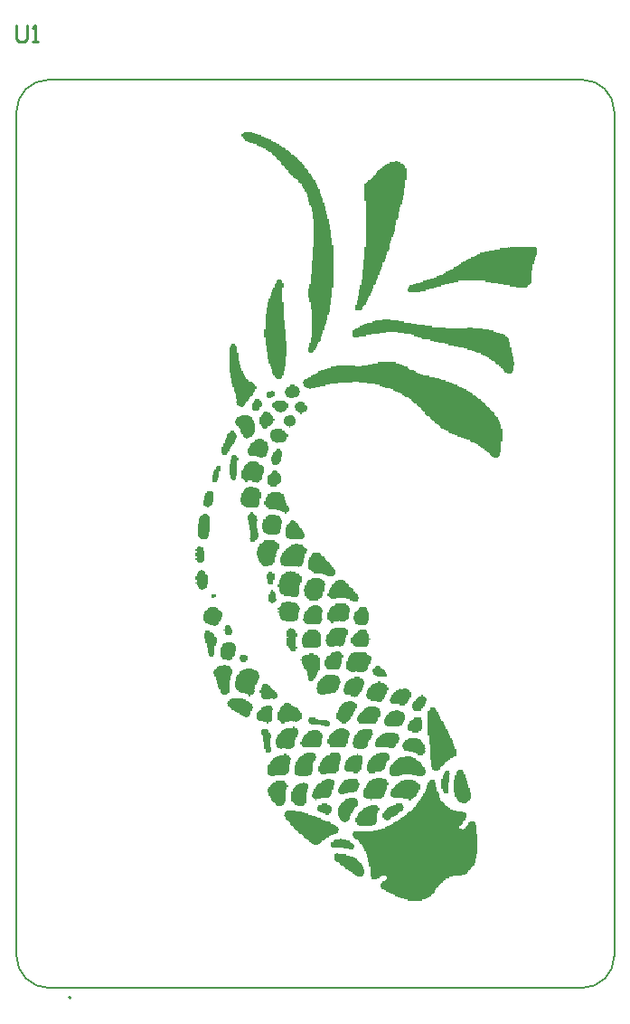
<source format=gto>
G04*
G04 #@! TF.GenerationSoftware,Altium Limited,Altium Designer,23.0.1 (38)*
G04*
G04 Layer_Color=65535*
%FSLAX25Y25*%
%MOIN*%
G70*
G04*
G04 #@! TF.SameCoordinates,0491927B-E614-4B48-9FAC-6FEB24DC139D*
G04*
G04*
G04 #@! TF.FilePolarity,Positive*
G04*
G01*
G75*
%ADD10C,0.00787*%
%ADD11C,0.00500*%
%ADD12C,0.01000*%
G36*
X263279Y302117D02*
X263694D01*
Y299621D01*
X263279D01*
Y298789D01*
X262862D01*
Y297541D01*
X262446D01*
Y296293D01*
X262031D01*
Y293798D01*
X261614D01*
Y289222D01*
X261198D01*
Y288806D01*
X260783D01*
Y288390D01*
X260367D01*
Y287974D01*
X259951D01*
Y287558D01*
X255791D01*
Y287974D01*
X253711D01*
Y288390D01*
X251215D01*
Y288806D01*
X249135D01*
Y289222D01*
X246639D01*
Y289638D01*
X244559D01*
Y290054D01*
X234576D01*
Y289638D01*
X232912D01*
Y289222D01*
X231248D01*
Y288806D01*
X229584D01*
Y288390D01*
X228336D01*
Y287974D01*
X226672D01*
Y287558D01*
X225424D01*
Y287142D01*
X223760D01*
Y286726D01*
X222512D01*
Y286310D01*
X220432D01*
Y285894D01*
X216273D01*
Y286310D01*
X215857D01*
Y287142D01*
X216273D01*
Y287974D01*
X216689D01*
Y288390D01*
X217937D01*
Y288806D01*
X218769D01*
Y289222D01*
X220432D01*
Y289638D01*
X221680D01*
Y290054D01*
X222928D01*
Y290470D01*
X224176D01*
Y290886D01*
X225424D01*
Y291302D01*
X226672D01*
Y291718D01*
X227504D01*
Y292134D01*
X228752D01*
Y292550D01*
X229168D01*
Y292966D01*
X230000D01*
Y293382D01*
X230832D01*
Y293798D01*
X231664D01*
Y294214D01*
X232496D01*
Y294630D01*
X232912D01*
Y295046D01*
X233744D01*
Y295462D01*
X234576D01*
Y295878D01*
X234992D01*
Y296293D01*
X235408D01*
Y296709D01*
X236240D01*
Y297126D01*
X237072D01*
Y297541D01*
X237488D01*
Y297957D01*
X238320D01*
Y298373D01*
X239152D01*
Y298789D01*
X240400D01*
Y299205D01*
X241231D01*
Y299621D01*
X241648D01*
Y300037D01*
X242479D01*
Y300453D01*
X244143D01*
Y300869D01*
X245807D01*
Y301285D01*
X247887D01*
Y301701D01*
X249967D01*
Y302117D01*
X252879D01*
Y302533D01*
X253295D01*
Y302117D01*
X253711D01*
Y302533D01*
X263279D01*
Y302117D01*
D02*
G37*
G36*
X212113Y333732D02*
X213361D01*
Y333316D01*
X214193D01*
Y332900D01*
X214609D01*
Y332484D01*
X215025D01*
Y331652D01*
X215441D01*
Y327076D01*
X215025D01*
Y324164D01*
X214609D01*
Y321668D01*
X214193D01*
Y320004D01*
X213777D01*
Y318340D01*
X213361D01*
Y317092D01*
X212945D01*
Y315429D01*
X212529D01*
Y313349D01*
X212113D01*
Y312517D01*
X211697D01*
Y310437D01*
X211281D01*
Y308357D01*
X210865D01*
Y307109D01*
X210449D01*
Y306277D01*
X210033D01*
Y305029D01*
X209617D01*
Y303781D01*
X209201D01*
Y301701D01*
X208785D01*
Y300869D01*
X208369D01*
Y299621D01*
X207953D01*
Y298373D01*
X207537D01*
Y297126D01*
X207121D01*
Y296709D01*
X206705D01*
Y295046D01*
X206289D01*
Y294214D01*
X205873D01*
Y293382D01*
X205457D01*
Y292134D01*
X205041D01*
Y290886D01*
X204625D01*
Y290054D01*
X204209D01*
Y288806D01*
X203793D01*
Y288390D01*
X203377D01*
Y287142D01*
X202961D01*
Y286310D01*
X202545D01*
Y285478D01*
X202129D01*
Y284646D01*
X201713D01*
Y283814D01*
X201297D01*
Y282982D01*
X200881D01*
Y282150D01*
X200465D01*
Y281318D01*
X200049D01*
Y280902D01*
X199633D01*
Y280486D01*
X199217D01*
Y279654D01*
X198801D01*
Y279238D01*
X196721D01*
Y281318D01*
X197137D01*
Y282982D01*
X197554D01*
Y284646D01*
X197969D01*
Y286726D01*
X198386D01*
Y288390D01*
X198801D01*
Y290470D01*
X199217D01*
Y294214D01*
X199633D01*
Y297957D01*
X200049D01*
Y302533D01*
X200465D01*
Y319588D01*
X200049D01*
Y325828D01*
X200465D01*
Y326244D01*
X200881D01*
Y326660D01*
X201297D01*
Y327076D01*
X202129D01*
Y327492D01*
X202545D01*
Y327908D01*
X202961D01*
Y328324D01*
X203377D01*
Y328740D01*
X203793D01*
Y329156D01*
X204209D01*
Y329988D01*
X204625D01*
Y330404D01*
X205041D01*
Y330820D01*
X205457D01*
Y331236D01*
X205873D01*
Y331652D01*
X206705D01*
Y332068D01*
X207121D01*
Y332484D01*
X207537D01*
Y332900D01*
X208369D01*
Y333316D01*
X209201D01*
Y333732D01*
X211281D01*
Y334148D01*
X212113D01*
Y333732D01*
D02*
G37*
G36*
X158451Y344547D02*
X159699D01*
Y344131D01*
X160531D01*
Y343715D01*
X161779D01*
Y343299D01*
X163027D01*
Y342883D01*
X163443D01*
Y342467D01*
X164691D01*
Y342051D01*
X165523D01*
Y341635D01*
X166355D01*
Y341219D01*
X167187D01*
Y340803D01*
X167603D01*
Y340388D01*
X168435D01*
Y339971D01*
X169267D01*
Y339556D01*
X169683D01*
Y339140D01*
X170515D01*
Y338723D01*
X170931D01*
Y338308D01*
X171763D01*
Y337892D01*
X172179D01*
Y337476D01*
X172595D01*
Y337060D01*
X173011D01*
Y336644D01*
X173843D01*
Y336228D01*
X174259D01*
Y335812D01*
X174675D01*
Y335396D01*
X175091D01*
Y334980D01*
X175506D01*
Y334564D01*
X175923D01*
Y334148D01*
X176339D01*
Y333732D01*
X176754D01*
Y333316D01*
X177171D01*
Y332900D01*
X177586D01*
Y332484D01*
X178002D01*
Y331652D01*
X178418D01*
Y331236D01*
X178834D01*
Y330820D01*
X179250D01*
Y329988D01*
X179666D01*
Y329572D01*
X180082D01*
Y328740D01*
X180498D01*
Y328324D01*
X180914D01*
Y327492D01*
X181330D01*
Y327076D01*
X181746D01*
Y326244D01*
X182162D01*
Y325412D01*
X182578D01*
Y324580D01*
X182994D01*
Y323748D01*
X183410D01*
Y322084D01*
X183826D01*
Y321252D01*
X184242D01*
Y320420D01*
X184658D01*
Y318757D01*
X185074D01*
Y317509D01*
X185490D01*
Y315845D01*
X185906D01*
Y314597D01*
X186322D01*
Y312933D01*
X186738D01*
Y310853D01*
X187154D01*
Y308773D01*
X187570D01*
Y305861D01*
X187986D01*
Y303365D01*
X188402D01*
Y287558D01*
X187986D01*
Y283814D01*
X187570D01*
Y281318D01*
X187154D01*
Y278406D01*
X186738D01*
Y277574D01*
X186322D01*
Y275495D01*
X185906D01*
Y274247D01*
X185490D01*
Y273415D01*
X185074D01*
Y271751D01*
X184658D01*
Y270503D01*
X184242D01*
Y269671D01*
X183826D01*
Y268007D01*
X183410D01*
Y267591D01*
X182994D01*
Y266759D01*
X182578D01*
Y265927D01*
X182162D01*
Y265095D01*
X181746D01*
Y264679D01*
X181330D01*
Y263847D01*
X180914D01*
Y263431D01*
X179666D01*
Y263847D01*
X179250D01*
Y265511D01*
X179666D01*
Y267175D01*
X180082D01*
Y269255D01*
X180498D01*
Y279654D01*
X180082D01*
Y282150D01*
X179666D01*
Y283814D01*
X179250D01*
Y287142D01*
X179666D01*
Y288806D01*
X180082D01*
Y292550D01*
X180498D01*
Y297541D01*
X180914D01*
Y302533D01*
X181330D01*
Y312933D01*
X180914D01*
Y315429D01*
X180498D01*
Y317092D01*
X180082D01*
Y317924D01*
X179666D01*
Y319172D01*
X179250D01*
Y320836D01*
X178834D01*
Y322084D01*
X178418D01*
Y322916D01*
X178002D01*
Y323748D01*
X177586D01*
Y324164D01*
X177171D01*
Y324996D01*
X176754D01*
Y325828D01*
X176339D01*
Y326244D01*
X175506D01*
Y327076D01*
X175091D01*
Y327492D01*
X174675D01*
Y327908D01*
X173843D01*
Y328324D01*
X173427D01*
Y328740D01*
X173011D01*
Y329156D01*
X172595D01*
Y329572D01*
X172179D01*
Y329988D01*
X171763D01*
Y330820D01*
X171347D01*
Y331236D01*
X170931D01*
Y331652D01*
X170515D01*
Y332068D01*
X170099D01*
Y332484D01*
X169683D01*
Y332900D01*
X169267D01*
Y333732D01*
X168851D01*
Y334148D01*
X168435D01*
Y334564D01*
X168019D01*
Y334980D01*
X167603D01*
Y335396D01*
X167187D01*
Y335812D01*
X166771D01*
Y336228D01*
X166355D01*
Y336644D01*
X165939D01*
Y337060D01*
X165523D01*
Y337476D01*
X164691D01*
Y337892D01*
X164275D01*
Y338308D01*
X163443D01*
Y338723D01*
X162611D01*
Y339140D01*
X161779D01*
Y339556D01*
X160947D01*
Y339971D01*
X160115D01*
Y340388D01*
X158867D01*
Y340803D01*
X157619D01*
Y341219D01*
X156787D01*
Y341635D01*
X155955D01*
Y342051D01*
X155540D01*
Y342467D01*
X155123D01*
Y343299D01*
X154708D01*
Y344131D01*
X155123D01*
Y344547D01*
X155540D01*
Y344963D01*
X158451D01*
Y344547D01*
D02*
G37*
G36*
X211697Y259687D02*
X212945D01*
Y259271D01*
X213777D01*
Y258855D01*
X214609D01*
Y258439D01*
X215857D01*
Y258023D01*
X216273D01*
Y257607D01*
X216689D01*
Y257191D01*
X218353D01*
Y256775D01*
X218769D01*
Y256359D01*
X219601D01*
Y255943D01*
X220432D01*
Y255527D01*
X221680D01*
Y255111D01*
X223760D01*
Y254695D01*
X225840D01*
Y254279D01*
X227504D01*
Y253864D01*
X228336D01*
Y253448D01*
X230000D01*
Y253031D01*
X231248D01*
Y252615D01*
X232080D01*
Y252200D01*
X232912D01*
Y251784D01*
X234160D01*
Y251368D01*
X234992D01*
Y250952D01*
X235824D01*
Y250536D01*
X236656D01*
Y250120D01*
X237488D01*
Y249704D01*
X238320D01*
Y249288D01*
X238736D01*
Y248872D01*
X239568D01*
Y248456D01*
X239984D01*
Y248040D01*
X240815D01*
Y247624D01*
X241231D01*
Y247208D01*
X241648D01*
Y246792D01*
X242063D01*
Y246376D01*
X242895D01*
Y245960D01*
X243311D01*
Y245544D01*
X243727D01*
Y245128D01*
X244143D01*
Y244712D01*
X244559D01*
Y244296D01*
X244975D01*
Y243880D01*
X245391D01*
Y243464D01*
X245807D01*
Y243048D01*
X246223D01*
Y242632D01*
X246639D01*
Y242216D01*
X247055D01*
Y241800D01*
X247471D01*
Y241384D01*
X247887D01*
Y240552D01*
X248303D01*
Y240136D01*
X248719D01*
Y239720D01*
X249135D01*
Y238888D01*
X249551D01*
Y238056D01*
X249967D01*
Y237224D01*
X250383D01*
Y235560D01*
X250799D01*
Y230984D01*
X250383D01*
Y226825D01*
X249967D01*
Y225577D01*
X249551D01*
Y225161D01*
X249135D01*
Y224745D01*
X247471D01*
Y225161D01*
X247055D01*
Y225577D01*
X246639D01*
Y225993D01*
X246223D01*
Y226409D01*
X245807D01*
Y226825D01*
X245391D01*
Y227241D01*
X244975D01*
Y227657D01*
X244143D01*
Y228073D01*
X243727D01*
Y228489D01*
X242895D01*
Y228905D01*
X242479D01*
Y229321D01*
X242063D01*
Y229737D01*
X241231D01*
Y230153D01*
X240400D01*
Y230569D01*
X239152D01*
Y230984D01*
X238736D01*
Y231400D01*
X237488D01*
Y231817D01*
X236656D01*
Y232232D01*
X235408D01*
Y232648D01*
X234160D01*
Y233064D01*
X233328D01*
Y233480D01*
X232080D01*
Y233896D01*
X231248D01*
Y234312D01*
X230832D01*
Y234728D01*
X230000D01*
Y235144D01*
X229168D01*
Y235560D01*
X228336D01*
Y235976D01*
X227920D01*
Y236392D01*
X227504D01*
Y236808D01*
X227088D01*
Y237224D01*
X226672D01*
Y237640D01*
X225840D01*
Y238056D01*
X225424D01*
Y238472D01*
X225008D01*
Y238888D01*
X224592D01*
Y239304D01*
X224176D01*
Y239720D01*
X223760D01*
Y240136D01*
X222928D01*
Y240552D01*
X222512D01*
Y240968D01*
X222096D01*
Y241800D01*
X221680D01*
Y242216D01*
X221264D01*
Y242632D01*
X220848D01*
Y243048D01*
X220432D01*
Y243464D01*
X220017D01*
Y243880D01*
X219601D01*
Y244296D01*
X219184D01*
Y244712D01*
X218353D01*
Y245128D01*
X217937D01*
Y245544D01*
X217521D01*
Y245960D01*
X217105D01*
Y246376D01*
X216689D01*
Y246792D01*
X216273D01*
Y247208D01*
X215025D01*
Y247624D01*
X214609D01*
Y248040D01*
X213777D01*
Y248456D01*
X213361D01*
Y248872D01*
X212113D01*
Y249288D01*
X211281D01*
Y249704D01*
X210449D01*
Y250120D01*
X209617D01*
Y250536D01*
X207537D01*
Y250952D01*
X206705D01*
Y251368D01*
X205457D01*
Y251784D01*
X203793D01*
Y252200D01*
X200881D01*
Y252615D01*
X197969D01*
Y253031D01*
X195474D01*
Y252615D01*
X190066D01*
Y252200D01*
X187154D01*
Y251784D01*
X185490D01*
Y251368D01*
X183410D01*
Y250952D01*
X181746D01*
Y250536D01*
X180082D01*
Y250120D01*
X179666D01*
Y250536D01*
X178418D01*
Y250952D01*
X178002D01*
Y251368D01*
X177586D01*
Y252200D01*
X177171D01*
Y253031D01*
X177586D01*
Y253448D01*
X178002D01*
Y253864D01*
X178834D01*
Y254279D01*
X179250D01*
Y254695D01*
X180082D01*
Y255111D01*
X180914D01*
Y255527D01*
X181746D01*
Y255943D01*
X182578D01*
Y256359D01*
X182994D01*
Y256775D01*
X183826D01*
Y257191D01*
X185074D01*
Y257607D01*
X186322D01*
Y258023D01*
X187570D01*
Y258439D01*
X189650D01*
Y258855D01*
X196721D01*
Y258439D01*
X198801D01*
Y258855D01*
X201297D01*
Y259271D01*
X202961D01*
Y259687D01*
X205041D01*
Y260103D01*
X211697D01*
Y259687D01*
D02*
G37*
G36*
X209617Y275495D02*
X212529D01*
Y275079D01*
X214609D01*
Y274662D01*
X217105D01*
Y274247D01*
X219184D01*
Y273831D01*
X222096D01*
Y273415D01*
X225008D01*
Y272999D01*
X230000D01*
Y272583D01*
X237904D01*
Y272999D01*
X239984D01*
Y272583D01*
X243727D01*
Y272167D01*
X245807D01*
Y271751D01*
X247471D01*
Y271335D01*
X248719D01*
Y270919D01*
X249967D01*
Y270503D01*
X251215D01*
Y270087D01*
X252047D01*
Y269671D01*
X252463D01*
Y269255D01*
X252879D01*
Y268839D01*
X253295D01*
Y267591D01*
X253711D01*
Y265511D01*
X254127D01*
Y263431D01*
X254543D01*
Y262183D01*
X254959D01*
Y260103D01*
X255375D01*
Y258855D01*
X254959D01*
Y256775D01*
X254543D01*
Y256359D01*
X254127D01*
Y255943D01*
X252463D01*
Y256359D01*
X251631D01*
Y256775D01*
X251215D01*
Y257607D01*
X250799D01*
Y258023D01*
X250383D01*
Y258439D01*
X249551D01*
Y259271D01*
X248719D01*
Y259687D01*
X248303D01*
Y260103D01*
X247887D01*
Y260519D01*
X247055D01*
Y260935D01*
X246639D01*
Y261351D01*
X245807D01*
Y261767D01*
X245391D01*
Y262183D01*
X244559D01*
Y262599D01*
X243727D01*
Y263015D01*
X242895D01*
Y263431D01*
X241231D01*
Y263847D01*
X240400D01*
Y264263D01*
X239568D01*
Y264679D01*
X237904D01*
Y265095D01*
X236656D01*
Y265511D01*
X234576D01*
Y265927D01*
X232912D01*
Y266343D01*
X230832D01*
Y266759D01*
X229584D01*
Y267175D01*
X227088D01*
Y267591D01*
X225424D01*
Y268007D01*
X224176D01*
Y268423D01*
X221264D01*
Y268839D01*
X220848D01*
Y269255D01*
X219601D01*
Y269671D01*
X218353D01*
Y270087D01*
X217105D01*
Y270503D01*
X214609D01*
Y270919D01*
X212113D01*
Y271335D01*
X207953D01*
Y270919D01*
X205457D01*
Y270503D01*
X202545D01*
Y270087D01*
X200465D01*
Y269671D01*
X197969D01*
Y269255D01*
X195890D01*
Y269671D01*
X195474D01*
Y271751D01*
X196306D01*
Y272167D01*
X196721D01*
Y272583D01*
X197554D01*
Y272999D01*
X198386D01*
Y273415D01*
X199217D01*
Y273831D01*
X200049D01*
Y274247D01*
X200881D01*
Y274662D01*
X202961D01*
Y275079D01*
X203793D01*
Y275495D01*
X206705D01*
Y275910D01*
X209617D01*
Y275495D01*
D02*
G37*
G36*
X169267Y290054D02*
X169683D01*
Y289222D01*
X170099D01*
Y287558D01*
X169683D01*
Y282150D01*
X170099D01*
Y275495D01*
X170515D01*
Y272167D01*
X170931D01*
Y268007D01*
X171347D01*
Y262183D01*
X170931D01*
Y258439D01*
X170515D01*
Y256775D01*
X170099D01*
Y255111D01*
X169683D01*
Y254279D01*
X169267D01*
Y253864D01*
X167603D01*
Y254279D01*
X167187D01*
Y254695D01*
X166771D01*
Y255111D01*
X166355D01*
Y255943D01*
X165939D01*
Y257607D01*
X165523D01*
Y258439D01*
X165107D01*
Y259687D01*
X164691D01*
Y261351D01*
X164275D01*
Y263847D01*
X163859D01*
Y266343D01*
X163443D01*
Y269255D01*
X163027D01*
Y272167D01*
X163443D01*
Y277990D01*
X163859D01*
Y280070D01*
X164275D01*
Y282150D01*
X164691D01*
Y283398D01*
X165107D01*
Y284646D01*
X165523D01*
Y285894D01*
X165939D01*
Y286726D01*
X166355D01*
Y287558D01*
X166771D01*
Y288806D01*
X167187D01*
Y289222D01*
X167603D01*
Y290054D01*
X168019D01*
Y290470D01*
X169267D01*
Y290054D01*
D02*
G37*
G36*
X174259Y251368D02*
X175091D01*
Y250952D01*
X175506D01*
Y250536D01*
X175923D01*
Y249704D01*
X176339D01*
Y248872D01*
X175923D01*
Y248040D01*
X175506D01*
Y247624D01*
X175091D01*
Y247208D01*
X173843D01*
Y246792D01*
X172179D01*
Y247208D01*
X171347D01*
Y248040D01*
X170931D01*
Y248456D01*
X170515D01*
Y249704D01*
X170931D01*
Y250120D01*
X171347D01*
Y250952D01*
X172179D01*
Y251368D01*
X172595D01*
Y251784D01*
X174259D01*
Y251368D01*
D02*
G37*
G36*
X166355Y249288D02*
X166771D01*
Y247624D01*
X166355D01*
Y247208D01*
X165523D01*
Y246792D01*
X164275D01*
Y247208D01*
X163859D01*
Y248872D01*
X164275D01*
Y249288D01*
X165523D01*
Y249704D01*
X166355D01*
Y249288D01*
D02*
G37*
G36*
X152212Y266343D02*
X152628D01*
Y265927D01*
X153044D01*
Y263431D01*
X153460D01*
Y260519D01*
X153876D01*
Y259271D01*
X154291D01*
Y258023D01*
X154708D01*
Y256775D01*
X155123D01*
Y255943D01*
X155540D01*
Y255111D01*
X155955D01*
Y254695D01*
X156371D01*
Y253864D01*
X156787D01*
Y253448D01*
X157203D01*
Y253031D01*
X158451D01*
Y252615D01*
X158867D01*
Y252200D01*
X159283D01*
Y251784D01*
X159699D01*
Y251368D01*
X160115D01*
Y250120D01*
X159699D01*
Y249288D01*
X159283D01*
Y248872D01*
X158867D01*
Y248040D01*
X158451D01*
Y247624D01*
X158035D01*
Y247208D01*
X157619D01*
Y246376D01*
X157203D01*
Y245960D01*
X156787D01*
Y245544D01*
X156371D01*
Y244712D01*
X155955D01*
Y244296D01*
X155540D01*
Y243880D01*
X155123D01*
Y243464D01*
X154291D01*
Y243880D01*
X153460D01*
Y244296D01*
X153044D01*
Y245128D01*
X152628D01*
Y245544D01*
X153044D01*
Y246376D01*
X152628D01*
Y248456D01*
X152212D01*
Y249288D01*
X151796D01*
Y250952D01*
X151380D01*
Y252200D01*
X150964D01*
Y254279D01*
X150548D01*
Y256359D01*
X150132D01*
Y265511D01*
X150548D01*
Y266343D01*
X150964D01*
Y266759D01*
X152212D01*
Y266343D01*
D02*
G37*
G36*
X161363Y245960D02*
X161779D01*
Y245128D01*
X162195D01*
Y243880D01*
X161779D01*
Y243464D01*
X161363D01*
Y242632D01*
X160947D01*
Y242216D01*
X158867D01*
Y242632D01*
X158451D01*
Y244712D01*
X158867D01*
Y245128D01*
X159283D01*
Y245960D01*
X159699D01*
Y246376D01*
X161363D01*
Y245960D01*
D02*
G37*
G36*
X170515Y245544D02*
X170931D01*
Y245128D01*
X171347D01*
Y244712D01*
X171763D01*
Y243048D01*
X171347D01*
Y242632D01*
X170931D01*
Y242216D01*
X170515D01*
Y241800D01*
X169683D01*
Y241384D01*
X168435D01*
Y241800D01*
X167603D01*
Y242216D01*
X167187D01*
Y242632D01*
X166771D01*
Y243048D01*
X166355D01*
Y243464D01*
X165939D01*
Y244712D01*
X166355D01*
Y245128D01*
X166771D01*
Y245544D01*
X167187D01*
Y245960D01*
X170515D01*
Y245544D01*
D02*
G37*
G36*
X177171Y245128D02*
X178002D01*
Y244296D01*
X178418D01*
Y243880D01*
X178834D01*
Y242632D01*
X178418D01*
Y241800D01*
X177586D01*
Y241384D01*
X176754D01*
Y240968D01*
X176339D01*
Y241384D01*
X175506D01*
Y241800D01*
X175091D01*
Y242216D01*
X174675D01*
Y243048D01*
X174259D01*
Y244296D01*
X174675D01*
Y244712D01*
X175091D01*
Y245128D01*
X175506D01*
Y245544D01*
X177171D01*
Y245128D01*
D02*
G37*
G36*
X173427Y240136D02*
X173843D01*
Y239720D01*
X174259D01*
Y239304D01*
X174675D01*
Y237640D01*
X174259D01*
Y236808D01*
X173427D01*
Y236392D01*
X172595D01*
Y235976D01*
X172179D01*
Y236392D01*
X171347D01*
Y236808D01*
X170931D01*
Y237224D01*
X170515D01*
Y237640D01*
X170099D01*
Y239304D01*
X170515D01*
Y239720D01*
X170931D01*
Y240136D01*
X171763D01*
Y240552D01*
X173427D01*
Y240136D01*
D02*
G37*
G36*
X164275Y241384D02*
X165107D01*
Y240968D01*
X165523D01*
Y240552D01*
X165939D01*
Y240136D01*
X166355D01*
Y239304D01*
X166771D01*
Y238472D01*
X166355D01*
Y237640D01*
X165939D01*
Y237224D01*
X165523D01*
Y236808D01*
X165107D01*
Y236392D01*
X164275D01*
Y235976D01*
X163859D01*
Y235560D01*
X162611D01*
Y235976D01*
X162195D01*
Y236392D01*
X161779D01*
Y237224D01*
X161363D01*
Y239720D01*
X161779D01*
Y240552D01*
X162195D01*
Y240968D01*
X162611D01*
Y241384D01*
X163027D01*
Y241800D01*
X164275D01*
Y241384D01*
D02*
G37*
G36*
X157203Y240136D02*
X158035D01*
Y239720D01*
X158451D01*
Y238888D01*
X158867D01*
Y238472D01*
X159283D01*
Y237640D01*
X159699D01*
Y234312D01*
X159283D01*
Y233480D01*
X158867D01*
Y233064D01*
X158451D01*
Y232648D01*
X157619D01*
Y232232D01*
X156787D01*
Y231817D01*
X156371D01*
Y232232D01*
X155540D01*
Y232648D01*
X155123D01*
Y233480D01*
X154708D01*
Y234312D01*
X154291D01*
Y235560D01*
X153876D01*
Y235976D01*
X153460D01*
Y236392D01*
X153044D01*
Y236808D01*
X152628D01*
Y237640D01*
X152212D01*
Y238472D01*
X152628D01*
Y239304D01*
X153044D01*
Y239720D01*
X153876D01*
Y240136D01*
X154708D01*
Y240552D01*
X157203D01*
Y240136D01*
D02*
G37*
G36*
X169683Y234728D02*
X170515D01*
Y234312D01*
X170931D01*
Y233896D01*
X171347D01*
Y233480D01*
X171763D01*
Y232648D01*
X171347D01*
Y231400D01*
X170931D01*
Y230984D01*
X170099D01*
Y230569D01*
X168019D01*
Y230153D01*
X167603D01*
Y230569D01*
X166771D01*
Y230984D01*
X165939D01*
Y231400D01*
X165523D01*
Y232232D01*
X165107D01*
Y234312D01*
X165523D01*
Y234728D01*
X165939D01*
Y235144D01*
X166771D01*
Y235560D01*
X169683D01*
Y234728D01*
D02*
G37*
G36*
X151796Y234312D02*
X152212D01*
Y233896D01*
X152628D01*
Y233064D01*
X153044D01*
Y232232D01*
X152628D01*
Y231400D01*
X152212D01*
Y230569D01*
X151796D01*
Y229737D01*
X151380D01*
Y229321D01*
X150964D01*
Y228905D01*
X150548D01*
Y228073D01*
X150132D01*
Y227241D01*
X149716D01*
Y226409D01*
X149300D01*
Y225993D01*
X147636D01*
Y226409D01*
X147220D01*
Y228905D01*
X148052D01*
Y230153D01*
X148468D01*
Y231400D01*
X148884D01*
Y232232D01*
X149300D01*
Y233480D01*
X149716D01*
Y233896D01*
X150132D01*
Y234312D01*
X150548D01*
Y234728D01*
X151796D01*
Y234312D01*
D02*
G37*
G36*
X162195Y231400D02*
X163027D01*
Y230984D01*
X163859D01*
Y230569D01*
X164275D01*
Y229321D01*
X164691D01*
Y227657D01*
X164275D01*
Y226409D01*
X163859D01*
Y225577D01*
X163443D01*
Y225161D01*
X162611D01*
Y224745D01*
X161363D01*
Y225161D01*
X160115D01*
Y225577D01*
X157619D01*
Y225993D01*
X157203D01*
Y226409D01*
X156787D01*
Y228073D01*
X157203D01*
Y228489D01*
X157619D01*
Y229321D01*
X158035D01*
Y230153D01*
X158451D01*
Y230569D01*
X159283D01*
Y230984D01*
X159699D01*
Y231400D01*
X160531D01*
Y231817D01*
X162195D01*
Y231400D01*
D02*
G37*
G36*
X168851Y227657D02*
X169267D01*
Y227241D01*
X169683D01*
Y225161D01*
X169267D01*
Y223497D01*
X168851D01*
Y223081D01*
X168435D01*
Y222665D01*
X168019D01*
Y222249D01*
X166355D01*
Y222665D01*
X165939D01*
Y223497D01*
X165523D01*
Y225161D01*
X165939D01*
Y225993D01*
X166355D01*
Y226825D01*
X166771D01*
Y227241D01*
X167187D01*
Y227657D01*
X167603D01*
Y228073D01*
X168851D01*
Y227657D01*
D02*
G37*
G36*
X152628Y225577D02*
X153044D01*
Y224745D01*
X153460D01*
Y223913D01*
X153044D01*
Y218089D01*
X152628D01*
Y216841D01*
X152212D01*
Y216425D01*
X151380D01*
Y216841D01*
X150964D01*
Y217257D01*
X150548D01*
Y218505D01*
X150132D01*
Y222665D01*
X150548D01*
Y224329D01*
X150964D01*
Y225577D01*
X151380D01*
Y225993D01*
X152628D01*
Y225577D01*
D02*
G37*
G36*
X146804Y219753D02*
X146388D01*
Y217673D01*
X145972D01*
Y216425D01*
X145556D01*
Y216009D01*
X143892D01*
Y218505D01*
X144308D01*
Y219753D01*
X144724D01*
Y220585D01*
X145140D01*
Y221417D01*
X145556D01*
Y221833D01*
X146804D01*
Y219753D01*
D02*
G37*
G36*
X160115Y223081D02*
X160947D01*
Y222665D01*
X161363D01*
Y222249D01*
X162195D01*
Y221833D01*
X162611D01*
Y221417D01*
X163027D01*
Y219337D01*
X162611D01*
Y218505D01*
X162195D01*
Y216841D01*
X161779D01*
Y216425D01*
X161363D01*
Y216009D01*
X160531D01*
Y215593D01*
X160115D01*
Y216009D01*
X158451D01*
Y216425D01*
X156787D01*
Y216009D01*
X155955D01*
Y216425D01*
X155540D01*
Y216841D01*
X155123D01*
Y217257D01*
X154708D01*
Y220169D01*
X155123D01*
Y221001D01*
X155540D01*
Y221833D01*
X155955D01*
Y222249D01*
X156371D01*
Y222665D01*
X156787D01*
Y223081D01*
X157619D01*
Y223497D01*
X160115D01*
Y223081D01*
D02*
G37*
G36*
X167603Y219753D02*
X168019D01*
Y219337D01*
X168435D01*
Y218921D01*
X168851D01*
Y218089D01*
X169267D01*
Y216009D01*
X168851D01*
Y215593D01*
X168435D01*
Y215177D01*
X168019D01*
Y214761D01*
X167603D01*
Y214345D01*
X165107D01*
Y214761D01*
X164691D01*
Y215177D01*
X164275D01*
Y218089D01*
X164691D01*
Y218505D01*
X165107D01*
Y218921D01*
X165523D01*
Y219337D01*
X165939D01*
Y219753D01*
X166355D01*
Y220169D01*
X167603D01*
Y219753D01*
D02*
G37*
G36*
X158867Y213929D02*
X160115D01*
Y213513D01*
X160947D01*
Y213097D01*
X161363D01*
Y212265D01*
X161779D01*
Y209770D01*
X161363D01*
Y207690D01*
X160947D01*
Y206858D01*
X160531D01*
Y206442D01*
X156371D01*
Y206858D01*
X155540D01*
Y207274D01*
X155123D01*
Y207690D01*
X154708D01*
Y208522D01*
X154291D01*
Y210186D01*
X154708D01*
Y211849D01*
X155123D01*
Y212681D01*
X155540D01*
Y213097D01*
X155955D01*
Y213513D01*
X156371D01*
Y213929D01*
X157203D01*
Y214345D01*
X158867D01*
Y213929D01*
D02*
G37*
G36*
X143892Y212265D02*
X144308D01*
Y208522D01*
X143892D01*
Y207690D01*
X143476D01*
Y207274D01*
X143060D01*
Y206858D01*
X142644D01*
Y206442D01*
X141812D01*
Y206858D01*
X141396D01*
Y207274D01*
X140564D01*
Y209353D01*
X140980D01*
Y211017D01*
X141396D01*
Y211849D01*
X141812D01*
Y212681D01*
X143892D01*
Y212265D01*
D02*
G37*
G36*
X168851Y211849D02*
X169267D01*
Y211433D01*
X170099D01*
Y210601D01*
X170515D01*
Y209353D01*
X170931D01*
Y208106D01*
X171347D01*
Y207274D01*
X171763D01*
Y206442D01*
X172179D01*
Y205194D01*
X171763D01*
Y204778D01*
X171347D01*
Y204362D01*
X170515D01*
Y204778D01*
X169683D01*
Y205194D01*
X168851D01*
Y205610D01*
X167603D01*
Y206026D01*
X164691D01*
Y206442D01*
X163859D01*
Y206858D01*
X163443D01*
Y207690D01*
X163027D01*
Y208938D01*
X163443D01*
Y210186D01*
X163859D01*
Y210601D01*
X164275D01*
Y211433D01*
X165107D01*
Y211849D01*
X165523D01*
Y212265D01*
X168851D01*
Y211849D01*
D02*
G37*
G36*
X167187Y203530D02*
X168435D01*
Y203114D01*
X168851D01*
Y202698D01*
X169267D01*
Y201866D01*
X169683D01*
Y200618D01*
X169267D01*
Y198538D01*
X168851D01*
Y197290D01*
X168435D01*
Y196874D01*
X168019D01*
Y196458D01*
X164275D01*
Y196874D01*
X163443D01*
Y197290D01*
X163027D01*
Y197706D01*
X162611D01*
Y198538D01*
X162195D01*
Y201034D01*
X162611D01*
Y202282D01*
X163443D01*
Y203114D01*
X164275D01*
Y203530D01*
X164691D01*
Y203946D01*
X167187D01*
Y203530D01*
D02*
G37*
G36*
X173843Y201450D02*
X174675D01*
Y201034D01*
X175091D01*
Y200618D01*
X175506D01*
Y199786D01*
X175923D01*
Y199370D01*
X176339D01*
Y198954D01*
X176754D01*
Y198122D01*
X177171D01*
Y197706D01*
X177586D01*
Y196874D01*
X178002D01*
Y195626D01*
X177586D01*
Y195210D01*
X177171D01*
Y194794D01*
X172179D01*
Y195210D01*
X171347D01*
Y196042D01*
X170931D01*
Y199370D01*
X171347D01*
Y200202D01*
X171763D01*
Y200618D01*
X172179D01*
Y201034D01*
X172595D01*
Y201450D01*
X173011D01*
Y201866D01*
X173843D01*
Y201450D01*
D02*
G37*
G36*
X141812Y203946D02*
X142228D01*
Y203530D01*
X142644D01*
Y203114D01*
X143060D01*
Y197706D01*
X142644D01*
Y196042D01*
X142228D01*
Y195210D01*
X141812D01*
Y194794D01*
X139732D01*
Y195210D01*
X139316D01*
Y195626D01*
X138900D01*
Y196042D01*
X138484D01*
Y200618D01*
X138900D01*
Y202698D01*
X139316D01*
Y203114D01*
X139732D01*
Y203530D01*
X140148D01*
Y203946D01*
X140564D01*
Y204362D01*
X141812D01*
Y203946D01*
D02*
G37*
G36*
X158867Y204362D02*
X159283D01*
Y203946D01*
X159699D01*
Y203530D01*
X160115D01*
Y202282D01*
X160531D01*
Y201450D01*
X160115D01*
Y198954D01*
X160531D01*
Y197290D01*
X160947D01*
Y195626D01*
X160531D01*
Y194794D01*
X160115D01*
Y194378D01*
X159699D01*
Y193962D01*
X158035D01*
Y194794D01*
X157619D01*
Y195210D01*
X158035D01*
Y198122D01*
X157619D01*
Y200202D01*
X157203D01*
Y201866D01*
X156787D01*
Y203530D01*
X157203D01*
Y203946D01*
X157619D01*
Y204362D01*
X158035D01*
Y204778D01*
X158867D01*
Y204362D01*
D02*
G37*
G36*
X139732Y191882D02*
X140564D01*
Y190634D01*
X140980D01*
Y186891D01*
X140564D01*
Y186475D01*
X140148D01*
Y186059D01*
X138484D01*
Y186475D01*
X138068D01*
Y187307D01*
X137652D01*
Y187723D01*
X138068D01*
Y188555D01*
X137652D01*
Y189802D01*
X138068D01*
Y190634D01*
X137652D01*
Y191050D01*
X138068D01*
Y191882D01*
X138484D01*
Y192298D01*
X139732D01*
Y191882D01*
D02*
G37*
G36*
X166771Y193962D02*
X167603D01*
Y193546D01*
X168019D01*
Y193130D01*
X168435D01*
Y191050D01*
X168019D01*
Y190634D01*
X167603D01*
Y189386D01*
X167187D01*
Y188970D01*
X167603D01*
Y188555D01*
X167187D01*
Y188138D01*
X166771D01*
Y186059D01*
X166355D01*
Y185643D01*
X165939D01*
Y185227D01*
X164691D01*
Y184811D01*
X162611D01*
Y185227D01*
X162195D01*
Y185643D01*
X161779D01*
Y186059D01*
X161363D01*
Y186891D01*
X160947D01*
Y187723D01*
X160531D01*
Y188970D01*
X160115D01*
Y190634D01*
X160531D01*
Y191882D01*
X160947D01*
Y192298D01*
X161363D01*
Y193130D01*
X162195D01*
Y193546D01*
X162611D01*
Y193962D01*
X163027D01*
Y194378D01*
X166771D01*
Y193962D01*
D02*
G37*
G36*
X175506Y192714D02*
X177171D01*
Y192298D01*
X177586D01*
Y191882D01*
X178002D01*
Y191466D01*
X178418D01*
Y191050D01*
X178834D01*
Y190634D01*
X178418D01*
Y189386D01*
X178002D01*
Y187723D01*
X177586D01*
Y186059D01*
X177171D01*
Y185643D01*
X176754D01*
Y184811D01*
X175923D01*
Y184395D01*
X175506D01*
Y184811D01*
X170099D01*
Y185227D01*
X169267D01*
Y186059D01*
X168851D01*
Y188138D01*
X169267D01*
Y188970D01*
X169683D01*
Y189802D01*
X170099D01*
Y190634D01*
X170931D01*
Y191050D01*
X171347D01*
Y191466D01*
X171763D01*
Y191882D01*
X172179D01*
Y192298D01*
X173011D01*
Y192714D01*
X174259D01*
Y193130D01*
X175506D01*
Y192714D01*
D02*
G37*
G36*
X183410Y189386D02*
X183826D01*
Y188970D01*
X184242D01*
Y188555D01*
X185074D01*
Y187723D01*
X185490D01*
Y187307D01*
X185906D01*
Y186891D01*
X186322D01*
Y186475D01*
X186738D01*
Y186059D01*
X187154D01*
Y185643D01*
X187570D01*
Y185227D01*
X187986D01*
Y184395D01*
X188402D01*
Y183979D01*
X188818D01*
Y183563D01*
X189234D01*
Y181899D01*
X188818D01*
Y181483D01*
X188402D01*
Y181067D01*
X186322D01*
Y181483D01*
X185490D01*
Y181899D01*
X184658D01*
Y182315D01*
X181330D01*
Y182731D01*
X180498D01*
Y183147D01*
X180082D01*
Y183563D01*
X179666D01*
Y183979D01*
X179250D01*
Y187307D01*
X179666D01*
Y188138D01*
X180082D01*
Y188970D01*
X180498D01*
Y189386D01*
X180914D01*
Y189802D01*
X183410D01*
Y189386D01*
D02*
G37*
G36*
X165939Y182315D02*
X166771D01*
Y179819D01*
X166355D01*
Y178155D01*
X164691D01*
Y178571D01*
X164275D01*
Y180235D01*
X163859D01*
Y181899D01*
X164275D01*
Y182315D01*
X164691D01*
Y182731D01*
X165939D01*
Y182315D01*
D02*
G37*
G36*
X140148Y183147D02*
X140980D01*
Y182731D01*
X141396D01*
Y181899D01*
X141812D01*
Y181483D01*
X142228D01*
Y178155D01*
X141812D01*
Y176907D01*
X141396D01*
Y176491D01*
X140564D01*
Y176075D01*
X139732D01*
Y176491D01*
X138900D01*
Y177323D01*
X138484D01*
Y177739D01*
X138068D01*
Y178571D01*
X137652D01*
Y178987D01*
X138068D01*
Y179819D01*
X137652D01*
Y181067D01*
X138068D01*
Y182315D01*
X138484D01*
Y182731D01*
X138900D01*
Y183147D01*
X139732D01*
Y183563D01*
X140148D01*
Y183147D01*
D02*
G37*
G36*
X173011Y182731D02*
X174675D01*
Y182315D01*
X175923D01*
Y181483D01*
X176339D01*
Y181067D01*
X176754D01*
Y178987D01*
X176339D01*
Y177739D01*
X175923D01*
Y174411D01*
X175506D01*
Y173995D01*
X175091D01*
Y173579D01*
X173011D01*
Y173995D01*
X170099D01*
Y174411D01*
X169267D01*
Y174827D01*
X168851D01*
Y175659D01*
X168435D01*
Y177323D01*
X168019D01*
Y178155D01*
X168435D01*
Y179819D01*
X168851D01*
Y180651D01*
X169267D01*
Y181483D01*
X169683D01*
Y181899D01*
X170099D01*
Y182315D01*
X170931D01*
Y182731D01*
X172595D01*
Y183147D01*
X173011D01*
Y182731D01*
D02*
G37*
G36*
X145140Y173579D02*
X144724D01*
Y173163D01*
X143476D01*
Y174411D01*
X145140D01*
Y173579D01*
D02*
G37*
G36*
X183410Y180235D02*
X184242D01*
Y179819D01*
X184658D01*
Y179403D01*
X185074D01*
Y178571D01*
X185490D01*
Y177739D01*
X185074D01*
Y175659D01*
X184658D01*
Y173995D01*
X184242D01*
Y173163D01*
X183410D01*
Y172747D01*
X182994D01*
Y172331D01*
X179666D01*
Y172747D01*
X178834D01*
Y173163D01*
X178418D01*
Y173995D01*
X178002D01*
Y175659D01*
X177586D01*
Y176491D01*
X178002D01*
Y177739D01*
X178418D01*
Y178987D01*
X178834D01*
Y179403D01*
X179250D01*
Y179819D01*
X180082D01*
Y180235D01*
X180498D01*
Y180651D01*
X183410D01*
Y180235D01*
D02*
G37*
G36*
X192146Y179403D02*
X192978D01*
Y178987D01*
X193394D01*
Y178571D01*
X193810D01*
Y178155D01*
X194226D01*
Y177323D01*
X195058D01*
Y176907D01*
X195474D01*
Y176491D01*
X195890D01*
Y175659D01*
X196721D01*
Y174827D01*
X197137D01*
Y174411D01*
X197554D01*
Y173579D01*
X197969D01*
Y172747D01*
X197554D01*
Y171915D01*
X195474D01*
Y172331D01*
X194642D01*
Y172747D01*
X193394D01*
Y173163D01*
X189650D01*
Y172747D01*
X187570D01*
Y173163D01*
X187154D01*
Y173579D01*
X186738D01*
Y173995D01*
X186322D01*
Y174827D01*
X186738D01*
Y176075D01*
X187154D01*
Y176907D01*
X187570D01*
Y177323D01*
X187986D01*
Y178155D01*
X188402D01*
Y178571D01*
X188818D01*
Y178987D01*
X189234D01*
Y179403D01*
X190066D01*
Y179819D01*
X192146D01*
Y179403D01*
D02*
G37*
G36*
X166355Y175659D02*
X166771D01*
Y174827D01*
X167187D01*
Y172747D01*
X167603D01*
Y172331D01*
X167187D01*
Y171915D01*
X166771D01*
Y171499D01*
X166355D01*
Y171083D01*
X165523D01*
Y171499D01*
X165107D01*
Y171915D01*
X164691D01*
Y174411D01*
X165107D01*
Y175659D01*
X165523D01*
Y176075D01*
X166355D01*
Y175659D01*
D02*
G37*
G36*
X193394Y170667D02*
X193810D01*
Y170251D01*
X194226D01*
Y169419D01*
X194642D01*
Y167755D01*
X194226D01*
Y165676D01*
X193810D01*
Y165260D01*
X193394D01*
Y164844D01*
X192978D01*
Y164428D01*
X190898D01*
Y164844D01*
X190482D01*
Y164428D01*
X188402D01*
Y164012D01*
X187570D01*
Y164428D01*
X187154D01*
Y164844D01*
X186738D01*
Y165260D01*
X186322D01*
Y167755D01*
X186738D01*
Y169003D01*
X187154D01*
Y169419D01*
X187570D01*
Y169835D01*
X187986D01*
Y170251D01*
X188818D01*
Y170667D01*
X189234D01*
Y171083D01*
X193394D01*
Y170667D01*
D02*
G37*
G36*
X173011Y171499D02*
X174675D01*
Y171083D01*
X175091D01*
Y170667D01*
X175506D01*
Y170251D01*
X175923D01*
Y169419D01*
X176339D01*
Y169003D01*
X175923D01*
Y167755D01*
X175506D01*
Y165676D01*
X175091D01*
Y164844D01*
X174259D01*
Y164428D01*
X170931D01*
Y164844D01*
X169683D01*
Y165260D01*
X169267D01*
Y165676D01*
X168851D01*
Y166507D01*
X168435D01*
Y167755D01*
X168019D01*
Y168172D01*
X168435D01*
Y169003D01*
X168019D01*
Y169419D01*
X168435D01*
Y169835D01*
X168851D01*
Y170251D01*
X169267D01*
Y171083D01*
X169683D01*
Y171499D01*
X170931D01*
Y171915D01*
X173011D01*
Y171499D01*
D02*
G37*
G36*
X182994Y170251D02*
X183410D01*
Y169835D01*
X183826D01*
Y169419D01*
X184242D01*
Y169003D01*
X184658D01*
Y167755D01*
X184242D01*
Y165676D01*
X184658D01*
Y165260D01*
X184242D01*
Y164428D01*
X183826D01*
Y164012D01*
X183410D01*
Y163596D01*
X178418D01*
Y164012D01*
X178002D01*
Y164428D01*
X177586D01*
Y164844D01*
X177171D01*
Y165676D01*
X177586D01*
Y167340D01*
X178002D01*
Y168172D01*
X178418D01*
Y168587D01*
X178834D01*
Y169003D01*
X179250D01*
Y169419D01*
X179666D01*
Y169835D01*
X180082D01*
Y170251D01*
X180914D01*
Y170667D01*
X182994D01*
Y170251D01*
D02*
G37*
G36*
X200465Y169419D02*
X200881D01*
Y168587D01*
X201297D01*
Y167755D01*
X201713D01*
Y164844D01*
X201297D01*
Y164012D01*
X200881D01*
Y163596D01*
X200465D01*
Y163180D01*
X197554D01*
Y163596D01*
X196721D01*
Y164428D01*
X196306D01*
Y165260D01*
X195890D01*
Y166507D01*
X196306D01*
Y167755D01*
X196721D01*
Y168172D01*
X197137D01*
Y168587D01*
X197554D01*
Y169003D01*
X197969D01*
Y169419D01*
X198386D01*
Y169835D01*
X200465D01*
Y169419D01*
D02*
G37*
G36*
X145140D02*
X145972D01*
Y169003D01*
X146388D01*
Y168587D01*
X146804D01*
Y168172D01*
X147220D01*
Y167755D01*
X147636D01*
Y166092D01*
X147220D01*
Y165260D01*
X146804D01*
Y164428D01*
X146388D01*
Y163596D01*
X145972D01*
Y163180D01*
X145140D01*
Y162764D01*
X144308D01*
Y163180D01*
X143060D01*
Y163596D01*
X142228D01*
Y164012D01*
X141396D01*
Y164428D01*
X140980D01*
Y164844D01*
X140564D01*
Y167340D01*
X140980D01*
Y168172D01*
X141396D01*
Y168587D01*
X141812D01*
Y169003D01*
X142228D01*
Y169419D01*
X143060D01*
Y169835D01*
X145140D01*
Y169419D01*
D02*
G37*
G36*
X150132Y162764D02*
X150548D01*
Y162348D01*
X150964D01*
Y161516D01*
X151380D01*
Y160268D01*
X150964D01*
Y159436D01*
X148884D01*
Y159852D01*
X148468D01*
Y161100D01*
X148052D01*
Y161516D01*
X148468D01*
Y162764D01*
X148884D01*
Y163180D01*
X150132D01*
Y162764D01*
D02*
G37*
G36*
X200465Y161100D02*
X200881D01*
Y160268D01*
X201297D01*
Y159852D01*
X201713D01*
Y158188D01*
X202129D01*
Y157772D01*
X201713D01*
Y156108D01*
X201297D01*
Y155692D01*
X200881D01*
Y155276D01*
X196721D01*
Y155692D01*
X195890D01*
Y156108D01*
X195474D01*
Y156524D01*
X195058D01*
Y158604D01*
X195474D01*
Y159020D01*
X195890D01*
Y159436D01*
X196306D01*
Y159852D01*
X196721D01*
Y160268D01*
X197137D01*
Y160684D01*
X197554D01*
Y161100D01*
X198386D01*
Y161516D01*
X200465D01*
Y161100D01*
D02*
G37*
G36*
X192978Y161932D02*
X193394D01*
Y161516D01*
X193810D01*
Y159436D01*
X193394D01*
Y158604D01*
X192978D01*
Y156940D01*
X192562D01*
Y156108D01*
X192146D01*
Y155692D01*
X191314D01*
Y155276D01*
X190482D01*
Y155692D01*
X188818D01*
Y155276D01*
X186738D01*
Y155692D01*
X186322D01*
Y156108D01*
X185906D01*
Y157356D01*
X185490D01*
Y157772D01*
X185906D01*
Y159436D01*
X186322D01*
Y159852D01*
X186738D01*
Y160684D01*
X187154D01*
Y161100D01*
X187570D01*
Y161516D01*
X187986D01*
Y161932D01*
X188818D01*
Y162348D01*
X192978D01*
Y161932D01*
D02*
G37*
G36*
X182162Y161100D02*
X182994D01*
Y160684D01*
X183410D01*
Y159852D01*
X183826D01*
Y155692D01*
X183410D01*
Y155276D01*
X182994D01*
Y154860D01*
X177586D01*
Y155276D01*
X177171D01*
Y156108D01*
X176754D01*
Y158604D01*
X177171D01*
Y159436D01*
X177586D01*
Y159852D01*
X178002D01*
Y160684D01*
X178834D01*
Y161100D01*
X179250D01*
Y161516D01*
X182162D01*
Y161100D01*
D02*
G37*
G36*
X173011Y161932D02*
X173843D01*
Y161516D01*
X174259D01*
Y161100D01*
X174675D01*
Y160268D01*
X175091D01*
Y159020D01*
X174675D01*
Y155276D01*
X175091D01*
Y154444D01*
X174675D01*
Y153612D01*
X173011D01*
Y154028D01*
X172595D01*
Y154444D01*
X172179D01*
Y154860D01*
X171763D01*
Y155692D01*
X171347D01*
Y158604D01*
X171763D01*
Y159020D01*
X171347D01*
Y161100D01*
X171763D01*
Y161932D01*
X172595D01*
Y162348D01*
X173011D01*
Y161932D01*
D02*
G37*
G36*
X143060Y160684D02*
X143892D01*
Y160268D01*
X144308D01*
Y159852D01*
X144724D01*
Y159020D01*
X145140D01*
Y158604D01*
X145556D01*
Y156524D01*
X145140D01*
Y155692D01*
X144724D01*
Y152364D01*
X144308D01*
Y151532D01*
X143060D01*
Y151948D01*
X142644D01*
Y152780D01*
X142228D01*
Y154860D01*
X141812D01*
Y156524D01*
X141396D01*
Y158188D01*
X140980D01*
Y160268D01*
X141396D01*
Y161100D01*
X143060D01*
Y160684D01*
D02*
G37*
G36*
X151380Y156524D02*
X151796D01*
Y156108D01*
X152212D01*
Y155692D01*
X152628D01*
Y153612D01*
X152212D01*
Y151948D01*
X151796D01*
Y151532D01*
X151380D01*
Y150700D01*
X150548D01*
Y150284D01*
X149300D01*
Y150700D01*
X147636D01*
Y151116D01*
X147220D01*
Y151532D01*
X146804D01*
Y154860D01*
X147220D01*
Y155276D01*
X147636D01*
Y156108D01*
X148052D01*
Y156524D01*
X148884D01*
Y156940D01*
X151380D01*
Y156524D01*
D02*
G37*
G36*
X156371Y151948D02*
X156787D01*
Y150284D01*
X156371D01*
Y149452D01*
X154708D01*
Y149868D01*
X154291D01*
Y150700D01*
X153876D01*
Y151532D01*
X154291D01*
Y152364D01*
X156371D01*
Y151948D01*
D02*
G37*
G36*
X190898Y153196D02*
X191314D01*
Y152780D01*
X191730D01*
Y152364D01*
X192146D01*
Y151116D01*
X191730D01*
Y149036D01*
X191314D01*
Y147788D01*
X190898D01*
Y147372D01*
X190482D01*
Y146956D01*
X186322D01*
Y147372D01*
X185906D01*
Y147788D01*
X185490D01*
Y148204D01*
X185074D01*
Y150284D01*
X185490D01*
Y150700D01*
X185906D01*
Y151532D01*
X186322D01*
Y151948D01*
X187154D01*
Y152364D01*
X187570D01*
Y152780D01*
X187986D01*
Y153196D01*
X189234D01*
Y153612D01*
X190898D01*
Y153196D01*
D02*
G37*
G36*
X200465Y152780D02*
X200881D01*
Y152364D01*
X201713D01*
Y151948D01*
X202129D01*
Y151532D01*
X202545D01*
Y150284D01*
X202129D01*
Y149036D01*
X201713D01*
Y148204D01*
X201297D01*
Y146956D01*
X200881D01*
Y146540D01*
X200465D01*
Y146124D01*
X200049D01*
Y145709D01*
X197137D01*
Y146124D01*
X196721D01*
Y145709D01*
X195058D01*
Y146124D01*
X194226D01*
Y146540D01*
X193810D01*
Y146956D01*
X193394D01*
Y149868D01*
X193810D01*
Y151116D01*
X194226D01*
Y151948D01*
X194642D01*
Y152364D01*
X195058D01*
Y152780D01*
X195890D01*
Y153196D01*
X200465D01*
Y152780D01*
D02*
G37*
G36*
X205457Y147788D02*
X205873D01*
Y147372D01*
X206705D01*
Y146956D01*
X207121D01*
Y146540D01*
X207537D01*
Y145709D01*
X207953D01*
Y145292D01*
X208369D01*
Y144045D01*
X204625D01*
Y144460D01*
X203793D01*
Y144877D01*
X203377D01*
Y145709D01*
X202961D01*
Y146956D01*
X203377D01*
Y147372D01*
X203793D01*
Y147788D01*
X204209D01*
Y148204D01*
X205457D01*
Y147788D01*
D02*
G37*
G36*
X181330Y152364D02*
X182578D01*
Y151948D01*
X182994D01*
Y151116D01*
X183410D01*
Y146540D01*
X182994D01*
Y145709D01*
X182578D01*
Y144877D01*
X182162D01*
Y144045D01*
X181746D01*
Y143629D01*
X181330D01*
Y142797D01*
X180914D01*
Y142381D01*
X179666D01*
Y142797D01*
X179250D01*
Y144460D01*
X178834D01*
Y146124D01*
X178418D01*
Y146956D01*
X178002D01*
Y147372D01*
X177586D01*
Y148204D01*
X177171D01*
Y149036D01*
X176754D01*
Y150284D01*
X176339D01*
Y150700D01*
X176754D01*
Y151532D01*
X177171D01*
Y151948D01*
X178002D01*
Y152364D01*
X179666D01*
Y152780D01*
X181330D01*
Y152364D01*
D02*
G37*
G36*
X215441Y139469D02*
X216273D01*
Y139053D01*
X216689D01*
Y138637D01*
X217105D01*
Y136557D01*
X216689D01*
Y135725D01*
X216273D01*
Y135309D01*
X215857D01*
Y134477D01*
X215441D01*
Y134061D01*
X215025D01*
Y133645D01*
X212945D01*
Y134061D01*
X210033D01*
Y134477D01*
X209617D01*
Y135309D01*
X209201D01*
Y135725D01*
X209617D01*
Y136557D01*
X210033D01*
Y137389D01*
X210449D01*
Y138221D01*
X210865D01*
Y138637D01*
X211697D01*
Y139053D01*
X212529D01*
Y139469D01*
X212945D01*
Y139885D01*
X213361D01*
Y139469D01*
X214193D01*
Y139885D01*
X215441D01*
Y139469D01*
D02*
G37*
G36*
X189234Y144460D02*
X190066D01*
Y144045D01*
X190482D01*
Y143629D01*
X190898D01*
Y142381D01*
X191314D01*
Y141965D01*
X190898D01*
Y141133D01*
X190482D01*
Y139885D01*
X190066D01*
Y139053D01*
X189650D01*
Y138637D01*
X189234D01*
Y138221D01*
X187570D01*
Y137805D01*
X185490D01*
Y137389D01*
X183410D01*
Y137805D01*
X182994D01*
Y138221D01*
X182578D01*
Y139469D01*
X182162D01*
Y140301D01*
X182578D01*
Y141965D01*
X182994D01*
Y142381D01*
X183410D01*
Y143213D01*
X183826D01*
Y143629D01*
X184658D01*
Y144045D01*
X185074D01*
Y144460D01*
X185490D01*
Y144877D01*
X189234D01*
Y144460D01*
D02*
G37*
G36*
X148884Y148204D02*
X150132D01*
Y147788D01*
X150548D01*
Y147372D01*
X150964D01*
Y146956D01*
X151380D01*
Y145292D01*
X150964D01*
Y144460D01*
X150548D01*
Y142797D01*
X150132D01*
Y138221D01*
X149716D01*
Y137805D01*
X149300D01*
Y137389D01*
X147636D01*
Y137805D01*
X147220D01*
Y138221D01*
X146804D01*
Y139469D01*
X146388D01*
Y140301D01*
X145972D01*
Y141549D01*
X145556D01*
Y142797D01*
X145140D01*
Y144045D01*
X144724D01*
Y145292D01*
X144308D01*
Y146124D01*
X144724D01*
Y146956D01*
X145140D01*
Y147372D01*
X145556D01*
Y147788D01*
X146388D01*
Y148204D01*
X148052D01*
Y148620D01*
X148884D01*
Y148204D01*
D02*
G37*
G36*
X158451Y146956D02*
X159283D01*
Y146540D01*
X160115D01*
Y146124D01*
X160531D01*
Y145709D01*
X160947D01*
Y144877D01*
X161363D01*
Y143629D01*
X160947D01*
Y142797D01*
X160531D01*
Y141965D01*
X160115D01*
Y141133D01*
X159699D01*
Y139469D01*
X159283D01*
Y139053D01*
X159699D01*
Y138637D01*
X159283D01*
Y137805D01*
X158867D01*
Y137389D01*
X158035D01*
Y136973D01*
X157203D01*
Y137389D01*
X156787D01*
Y137805D01*
X155955D01*
Y138221D01*
X154291D01*
Y138637D01*
X153460D01*
Y139053D01*
X153044D01*
Y139469D01*
X152628D01*
Y140301D01*
X152212D01*
Y142381D01*
X152628D01*
Y144045D01*
X153044D01*
Y144877D01*
X153460D01*
Y145292D01*
X153876D01*
Y146124D01*
X154708D01*
Y146540D01*
X155123D01*
Y146956D01*
X156371D01*
Y147372D01*
X158451D01*
Y146956D01*
D02*
G37*
G36*
X198386Y143629D02*
X199217D01*
Y143213D01*
X199633D01*
Y142381D01*
X200049D01*
Y141133D01*
X199633D01*
Y140301D01*
X199217D01*
Y139053D01*
X198801D01*
Y138637D01*
X198386D01*
Y137805D01*
X197969D01*
Y137389D01*
X197554D01*
Y136973D01*
X196721D01*
Y136557D01*
X196306D01*
Y136973D01*
X195058D01*
Y137389D01*
X192978D01*
Y137805D01*
X192562D01*
Y138637D01*
X192146D01*
Y139885D01*
X192562D01*
Y141133D01*
X192978D01*
Y141965D01*
X193394D01*
Y142381D01*
X193810D01*
Y142797D01*
X194226D01*
Y143213D01*
X195058D01*
Y143629D01*
X196306D01*
Y144045D01*
X198386D01*
Y143629D01*
D02*
G37*
G36*
X164275Y141133D02*
X164691D01*
Y140717D01*
X165107D01*
Y140301D01*
X165523D01*
Y139885D01*
X165939D01*
Y139469D01*
X166355D01*
Y139053D01*
X166771D01*
Y138637D01*
X167603D01*
Y137805D01*
X168019D01*
Y136557D01*
X167603D01*
Y136141D01*
X166771D01*
Y135725D01*
X166355D01*
Y136141D01*
X165107D01*
Y135725D01*
X162611D01*
Y136141D01*
X162195D01*
Y136557D01*
X161779D01*
Y138221D01*
X161363D01*
Y139053D01*
X161779D01*
Y140301D01*
X162195D01*
Y141133D01*
X162611D01*
Y141549D01*
X164275D01*
Y141133D01*
D02*
G37*
G36*
X205873Y141965D02*
X207121D01*
Y141549D01*
X207537D01*
Y141133D01*
X208369D01*
Y140301D01*
X208785D01*
Y139053D01*
X208369D01*
Y137805D01*
X207953D01*
Y137389D01*
X207537D01*
Y136557D01*
X207121D01*
Y135725D01*
X206705D01*
Y135309D01*
X206289D01*
Y134893D01*
X204625D01*
Y135309D01*
X202129D01*
Y135725D01*
X201297D01*
Y136141D01*
X200881D01*
Y136973D01*
X200465D01*
Y137805D01*
X200881D01*
Y139053D01*
X201297D01*
Y139885D01*
X201713D01*
Y140301D01*
X202129D01*
Y140717D01*
X202545D01*
Y141133D01*
X202961D01*
Y141549D01*
X203793D01*
Y141965D01*
X205041D01*
Y142381D01*
X205873D01*
Y141965D01*
D02*
G37*
G36*
X221680Y136973D02*
X222096D01*
Y136557D01*
X222512D01*
Y136141D01*
X222928D01*
Y135309D01*
X222512D01*
Y134061D01*
X222096D01*
Y133229D01*
X221680D01*
Y132397D01*
X220848D01*
Y131565D01*
X218353D01*
Y131981D01*
X217937D01*
Y132397D01*
X217521D01*
Y134061D01*
X217937D01*
Y134893D01*
X218353D01*
Y135309D01*
X218769D01*
Y135725D01*
X219184D01*
Y136141D01*
X219601D01*
Y136557D01*
X220017D01*
Y136973D01*
X220848D01*
Y137389D01*
X221680D01*
Y136973D01*
D02*
G37*
G36*
X155123Y135725D02*
X156371D01*
Y135309D01*
X157203D01*
Y134893D01*
X157619D01*
Y134477D01*
X158035D01*
Y134061D01*
X158451D01*
Y133229D01*
X158867D01*
Y132397D01*
X158451D01*
Y131565D01*
X158035D01*
Y130317D01*
X157619D01*
Y129485D01*
X156787D01*
Y129069D01*
X155955D01*
Y129485D01*
X155123D01*
Y129901D01*
X154708D01*
Y130317D01*
X153876D01*
Y130733D01*
X153044D01*
Y131149D01*
X152212D01*
Y131565D01*
X151796D01*
Y131981D01*
X150964D01*
Y132397D01*
X150548D01*
Y132813D01*
X150132D01*
Y133229D01*
X149716D01*
Y134061D01*
X149300D01*
Y134477D01*
X149716D01*
Y135309D01*
X150132D01*
Y135725D01*
X150964D01*
Y136141D01*
X155123D01*
Y135725D01*
D02*
G37*
G36*
X172179Y134061D02*
X173011D01*
Y133645D01*
X173427D01*
Y133229D01*
X174259D01*
Y132813D01*
X175091D01*
Y132397D01*
X175506D01*
Y131981D01*
X175923D01*
Y131565D01*
X176339D01*
Y130733D01*
X176754D01*
Y128653D01*
X176339D01*
Y128237D01*
X175923D01*
Y127821D01*
X175091D01*
Y127405D01*
X174259D01*
Y127821D01*
X173843D01*
Y127405D01*
X173427D01*
Y127821D01*
X172179D01*
Y127405D01*
X170515D01*
Y126989D01*
X169267D01*
Y127405D01*
X168851D01*
Y127821D01*
X168435D01*
Y128237D01*
X168019D01*
Y131149D01*
X168435D01*
Y131981D01*
X168851D01*
Y132813D01*
X169267D01*
Y133229D01*
X169683D01*
Y133645D01*
X170099D01*
Y134061D01*
X170515D01*
Y134477D01*
X172179D01*
Y134061D01*
D02*
G37*
G36*
X204209Y132813D02*
X205041D01*
Y132397D01*
X205457D01*
Y131565D01*
X205873D01*
Y129485D01*
X205457D01*
Y129069D01*
X205041D01*
Y127821D01*
X204625D01*
Y127405D01*
X204209D01*
Y126989D01*
X197969D01*
Y127405D01*
X197554D01*
Y127821D01*
X197137D01*
Y129069D01*
X197554D01*
Y129901D01*
X197969D01*
Y130317D01*
X198386D01*
Y130733D01*
X198801D01*
Y131149D01*
X199217D01*
Y131565D01*
X199633D01*
Y131981D01*
X200049D01*
Y132397D01*
X200465D01*
Y132813D01*
X201297D01*
Y133229D01*
X204209D01*
Y132813D01*
D02*
G37*
G36*
X195474Y134893D02*
X196306D01*
Y134477D01*
X196721D01*
Y134061D01*
X197137D01*
Y132397D01*
X196721D01*
Y131565D01*
X196306D01*
Y131149D01*
X195890D01*
Y130317D01*
X195474D01*
Y129485D01*
X195058D01*
Y128653D01*
X194642D01*
Y128237D01*
X194226D01*
Y127821D01*
X193810D01*
Y127405D01*
X193394D01*
Y126989D01*
X191730D01*
Y127405D01*
X190898D01*
Y127821D01*
X190482D01*
Y128237D01*
X190066D01*
Y128653D01*
X189650D01*
Y130733D01*
X190066D01*
Y131981D01*
X190482D01*
Y132813D01*
X190898D01*
Y133229D01*
X191314D01*
Y133645D01*
X191730D01*
Y134061D01*
X192146D01*
Y134477D01*
X192562D01*
Y134893D01*
X193810D01*
Y135309D01*
X195474D01*
Y134893D01*
D02*
G37*
G36*
X165523Y133229D02*
X165939D01*
Y132397D01*
X166355D01*
Y131981D01*
X165939D01*
Y127821D01*
X165523D01*
Y127405D01*
X164691D01*
Y126989D01*
X163859D01*
Y127405D01*
X162611D01*
Y127821D01*
X160947D01*
Y128237D01*
X160531D01*
Y128653D01*
X160115D01*
Y130733D01*
X160531D01*
Y131149D01*
X160947D01*
Y131565D01*
X161363D01*
Y131981D01*
X161779D01*
Y132813D01*
X162611D01*
Y133229D01*
X163443D01*
Y133645D01*
X165523D01*
Y133229D01*
D02*
G37*
G36*
X212529Y131565D02*
X213361D01*
Y131149D01*
X214193D01*
Y130733D01*
X214609D01*
Y130317D01*
X215025D01*
Y128237D01*
X214609D01*
Y127405D01*
X214193D01*
Y126989D01*
X213777D01*
Y126157D01*
X212945D01*
Y125741D01*
X208369D01*
Y126157D01*
X207537D01*
Y126989D01*
X207121D01*
Y128653D01*
X207537D01*
Y129069D01*
X207953D01*
Y129901D01*
X208369D01*
Y130317D01*
X208785D01*
Y130733D01*
X209201D01*
Y131149D01*
X210033D01*
Y131565D01*
X211281D01*
Y131981D01*
X212529D01*
Y131565D01*
D02*
G37*
G36*
X181746Y128653D02*
X182994D01*
Y128237D01*
X186322D01*
Y127821D01*
X186738D01*
Y127405D01*
X187154D01*
Y126157D01*
X186738D01*
Y125741D01*
X185074D01*
Y126157D01*
X183826D01*
Y126573D01*
X180082D01*
Y126989D01*
X179666D01*
Y127405D01*
X179250D01*
Y128653D01*
X179666D01*
Y129069D01*
X181746D01*
Y128653D01*
D02*
G37*
G36*
X220848Y128237D02*
X221264D01*
Y124909D01*
X220848D01*
Y124077D01*
X220017D01*
Y123661D01*
X217521D01*
Y124077D01*
X216273D01*
Y124494D01*
X215857D01*
Y126573D01*
X216273D01*
Y126989D01*
X216689D01*
Y127821D01*
X217105D01*
Y128237D01*
X217937D01*
Y128653D01*
X218353D01*
Y129069D01*
X220848D01*
Y128237D01*
D02*
G37*
G36*
X192562Y124909D02*
X193394D01*
Y124494D01*
X193810D01*
Y124077D01*
X194226D01*
Y123661D01*
X194642D01*
Y122414D01*
X194226D01*
Y121582D01*
X193810D01*
Y119502D01*
X193394D01*
Y118670D01*
X192978D01*
Y118254D01*
X187154D01*
Y119086D01*
X186738D01*
Y119502D01*
X186322D01*
Y121166D01*
X186738D01*
Y122414D01*
X187154D01*
Y122829D01*
X187570D01*
Y123246D01*
X187986D01*
Y123661D01*
X188402D01*
Y124077D01*
X189234D01*
Y124494D01*
X189650D01*
Y124909D01*
X190482D01*
Y125325D01*
X192562D01*
Y124909D01*
D02*
G37*
G36*
X182994Y124077D02*
X183410D01*
Y123661D01*
X184242D01*
Y122829D01*
X184658D01*
Y121582D01*
X184242D01*
Y119086D01*
X183826D01*
Y118670D01*
X183410D01*
Y118254D01*
X177171D01*
Y118670D01*
X176754D01*
Y119086D01*
X176339D01*
Y120334D01*
X176754D01*
Y121166D01*
X177171D01*
Y121998D01*
X177586D01*
Y122414D01*
X178002D01*
Y122829D01*
X178418D01*
Y123246D01*
X178834D01*
Y123661D01*
X179250D01*
Y124077D01*
X180498D01*
Y124494D01*
X182994D01*
Y124077D01*
D02*
G37*
G36*
X211281Y123246D02*
X212113D01*
Y122829D01*
X212529D01*
Y121998D01*
X212945D01*
Y120750D01*
X212529D01*
Y119918D01*
X212113D01*
Y119502D01*
X211697D01*
Y118670D01*
X211281D01*
Y118254D01*
X210865D01*
Y117838D01*
X208785D01*
Y118254D01*
X204209D01*
Y118670D01*
X203793D01*
Y120334D01*
X204209D01*
Y121166D01*
X204625D01*
Y121582D01*
X205041D01*
Y121998D01*
X205457D01*
Y122414D01*
X206289D01*
Y122829D01*
X206705D01*
Y123246D01*
X207537D01*
Y123661D01*
X211281D01*
Y123246D01*
D02*
G37*
G36*
X202545Y124494D02*
X202961D01*
Y123246D01*
X203377D01*
Y122829D01*
X202961D01*
Y122414D01*
X202545D01*
Y121582D01*
X202129D01*
Y120750D01*
X201713D01*
Y120334D01*
X201297D01*
Y118670D01*
X200881D01*
Y118254D01*
X200465D01*
Y117838D01*
X200049D01*
Y117422D01*
X197137D01*
Y117838D01*
X196306D01*
Y118254D01*
X195890D01*
Y119086D01*
X195474D01*
Y120334D01*
X195890D01*
Y121582D01*
X196306D01*
Y122414D01*
X196721D01*
Y122829D01*
X197137D01*
Y123661D01*
X197554D01*
Y124077D01*
X198386D01*
Y124494D01*
X199217D01*
Y124909D01*
X202545D01*
Y124494D01*
D02*
G37*
G36*
X174259Y125325D02*
X175091D01*
Y124494D01*
X175506D01*
Y122829D01*
X175091D01*
Y121998D01*
X174675D01*
Y120750D01*
X174259D01*
Y118670D01*
X173843D01*
Y118254D01*
X173427D01*
Y117838D01*
X173011D01*
Y117422D01*
X170931D01*
Y117838D01*
X169683D01*
Y117422D01*
X168851D01*
Y117838D01*
X168019D01*
Y118254D01*
X167603D01*
Y119086D01*
X167187D01*
Y121166D01*
X167603D01*
Y121998D01*
X168019D01*
Y122829D01*
X168435D01*
Y123246D01*
X168851D01*
Y123661D01*
X169267D01*
Y124077D01*
X169683D01*
Y124494D01*
X170099D01*
Y124909D01*
X170931D01*
Y125325D01*
X173427D01*
Y125741D01*
X174259D01*
Y125325D01*
D02*
G37*
G36*
X164275Y124494D02*
X164691D01*
Y123661D01*
X165107D01*
Y122829D01*
X165523D01*
Y121582D01*
X165107D01*
Y118254D01*
X165523D01*
Y116590D01*
X165107D01*
Y116174D01*
X163443D01*
Y117422D01*
X163027D01*
Y120334D01*
X162611D01*
Y122414D01*
X162195D01*
Y122829D01*
X161779D01*
Y124494D01*
X162195D01*
Y124909D01*
X164275D01*
Y124494D01*
D02*
G37*
G36*
X219601Y121166D02*
X220432D01*
Y120750D01*
X220848D01*
Y120334D01*
X221264D01*
Y119918D01*
X221680D01*
Y119086D01*
X222096D01*
Y117838D01*
X222512D01*
Y117422D01*
X222096D01*
Y117006D01*
X222512D01*
Y116590D01*
X222096D01*
Y115758D01*
X221680D01*
Y115342D01*
X219601D01*
Y115758D01*
X218769D01*
Y116174D01*
X217937D01*
Y116590D01*
X216273D01*
Y117006D01*
X214609D01*
Y117422D01*
X214193D01*
Y118254D01*
X213777D01*
Y119086D01*
X214193D01*
Y119918D01*
X214609D01*
Y120334D01*
X215025D01*
Y120750D01*
X215857D01*
Y121166D01*
X216273D01*
Y121582D01*
X219601D01*
Y121166D01*
D02*
G37*
G36*
X225840Y132397D02*
X226256D01*
Y131981D01*
X226672D01*
Y131149D01*
X227088D01*
Y130317D01*
X227504D01*
Y129485D01*
X227920D01*
Y128653D01*
X228336D01*
Y127821D01*
X228752D01*
Y127405D01*
X229168D01*
Y126573D01*
X229584D01*
Y125741D01*
X230000D01*
Y124909D01*
X230416D01*
Y124077D01*
X230832D01*
Y123246D01*
X231248D01*
Y122414D01*
X231664D01*
Y121582D01*
X232080D01*
Y120750D01*
X232496D01*
Y119502D01*
X232912D01*
Y118670D01*
X233328D01*
Y117422D01*
X233744D01*
Y114926D01*
X232912D01*
Y114510D01*
X232496D01*
Y114094D01*
X231664D01*
Y113678D01*
X230832D01*
Y113262D01*
X230416D01*
Y112846D01*
X230000D01*
Y112430D01*
X229584D01*
Y112014D01*
X229168D01*
Y111598D01*
X228752D01*
Y111182D01*
X228336D01*
Y110766D01*
X227920D01*
Y109934D01*
X227088D01*
Y109518D01*
X225424D01*
Y109934D01*
X225008D01*
Y110766D01*
X224592D01*
Y113678D01*
X224176D01*
Y119086D01*
X223760D01*
Y122414D01*
X223344D01*
Y131565D01*
X223760D01*
Y131981D01*
X224176D01*
Y132813D01*
X225840D01*
Y132397D01*
D02*
G37*
G36*
X208369Y115758D02*
X208785D01*
Y115342D01*
X209201D01*
Y113678D01*
X208785D01*
Y113262D01*
X208369D01*
Y112430D01*
X207953D01*
Y111182D01*
X207537D01*
Y110350D01*
X207121D01*
Y109934D01*
X206705D01*
Y109518D01*
X206289D01*
Y109102D01*
X203793D01*
Y108686D01*
X201713D01*
Y109102D01*
X201297D01*
Y109518D01*
X200881D01*
Y112014D01*
X201297D01*
Y112846D01*
X201713D01*
Y113678D01*
X202129D01*
Y114094D01*
X202545D01*
Y114510D01*
X202961D01*
Y114926D01*
X203377D01*
Y115342D01*
X204209D01*
Y115758D01*
X205457D01*
Y116174D01*
X208369D01*
Y115758D01*
D02*
G37*
G36*
X197554Y115342D02*
X198801D01*
Y114926D01*
X199217D01*
Y112014D01*
X198801D01*
Y109934D01*
X198386D01*
Y109102D01*
X197554D01*
Y108686D01*
X195890D01*
Y109102D01*
X193394D01*
Y109518D01*
X192978D01*
Y109934D01*
X192562D01*
Y111598D01*
X192978D01*
Y112846D01*
X193394D01*
Y113678D01*
X193810D01*
Y114094D01*
X194226D01*
Y114510D01*
X195058D01*
Y114926D01*
X195474D01*
Y115342D01*
X197137D01*
Y115758D01*
X197554D01*
Y115342D01*
D02*
G37*
G36*
X190482Y115758D02*
X190898D01*
Y115342D01*
X191314D01*
Y113262D01*
X190898D01*
Y112014D01*
X190482D01*
Y109518D01*
X190066D01*
Y109102D01*
X189650D01*
Y108686D01*
X185906D01*
Y108270D01*
X183826D01*
Y108686D01*
X183410D01*
Y109102D01*
X182994D01*
Y111182D01*
X183410D01*
Y112430D01*
X183826D01*
Y112846D01*
X184242D01*
Y113678D01*
X184658D01*
Y114094D01*
X185074D01*
Y114510D01*
X185490D01*
Y114926D01*
X185906D01*
Y115342D01*
X187154D01*
Y115758D01*
X187570D01*
Y116174D01*
X190482D01*
Y115758D01*
D02*
G37*
G36*
X217105Y114510D02*
X217937D01*
Y114094D01*
X218769D01*
Y113678D01*
X219184D01*
Y113262D01*
X220017D01*
Y112846D01*
X220432D01*
Y112430D01*
X220848D01*
Y112014D01*
X221264D01*
Y111182D01*
X221680D01*
Y110766D01*
X222096D01*
Y109934D01*
X222512D01*
Y108686D01*
X222096D01*
Y107854D01*
X221680D01*
Y107438D01*
X219184D01*
Y107854D01*
X217521D01*
Y108270D01*
X213777D01*
Y107854D01*
X212945D01*
Y107438D01*
X210033D01*
Y107854D01*
X209617D01*
Y108270D01*
X209201D01*
Y110766D01*
X209617D01*
Y111598D01*
X210033D01*
Y112014D01*
X210449D01*
Y112430D01*
X210865D01*
Y112846D01*
X211281D01*
Y113262D01*
X211697D01*
Y113678D01*
X212113D01*
Y114094D01*
X212945D01*
Y114510D01*
X215025D01*
Y114926D01*
X217105D01*
Y114510D01*
D02*
G37*
G36*
X181330Y115758D02*
X181746D01*
Y114926D01*
X182162D01*
Y114094D01*
X181746D01*
Y113262D01*
X181330D01*
Y112430D01*
X180914D01*
Y109102D01*
X180498D01*
Y108270D01*
X180082D01*
Y107854D01*
X179250D01*
Y107438D01*
X175506D01*
Y107854D01*
X174675D01*
Y108270D01*
X174259D01*
Y111598D01*
X174675D01*
Y112846D01*
X175091D01*
Y113678D01*
X175506D01*
Y114094D01*
X175923D01*
Y114510D01*
X176339D01*
Y114926D01*
X176754D01*
Y115342D01*
X177586D01*
Y115758D01*
X178418D01*
Y116174D01*
X181330D01*
Y115758D01*
D02*
G37*
G36*
X171347Y115342D02*
X172179D01*
Y114510D01*
X172595D01*
Y114094D01*
X173011D01*
Y113678D01*
X172595D01*
Y112014D01*
X172179D01*
Y109102D01*
X171763D01*
Y108686D01*
X171347D01*
Y108270D01*
X170931D01*
Y107854D01*
X166771D01*
Y107438D01*
X165107D01*
Y107854D01*
X164691D01*
Y108270D01*
X164275D01*
Y111598D01*
X164691D01*
Y112014D01*
X165107D01*
Y112846D01*
X165523D01*
Y113262D01*
X165939D01*
Y113678D01*
X166355D01*
Y114094D01*
X166771D01*
Y114510D01*
X167603D01*
Y114926D01*
X168435D01*
Y115342D01*
X170099D01*
Y115758D01*
X171347D01*
Y115342D01*
D02*
G37*
G36*
X231248Y108686D02*
X231664D01*
Y108270D01*
X231248D01*
Y105358D01*
X230832D01*
Y101199D01*
X229168D01*
Y102031D01*
X228752D01*
Y102863D01*
X228336D01*
Y106606D01*
X228752D01*
Y107854D01*
X229168D01*
Y108686D01*
X229584D01*
Y109102D01*
X230000D01*
Y109518D01*
X231248D01*
Y108686D01*
D02*
G37*
G36*
X197137Y106190D02*
X197554D01*
Y105358D01*
X197969D01*
Y104942D01*
X198386D01*
Y104110D01*
X197969D01*
Y103279D01*
X197554D01*
Y102446D01*
X197137D01*
Y102031D01*
X196306D01*
Y101614D01*
X193810D01*
Y101199D01*
X192562D01*
Y100783D01*
X190898D01*
Y101199D01*
X190482D01*
Y101614D01*
X190066D01*
Y102863D01*
X190482D01*
Y103694D01*
X190898D01*
Y104110D01*
X191314D01*
Y104526D01*
X191730D01*
Y105358D01*
X192146D01*
Y105774D01*
X192562D01*
Y106190D01*
X193810D01*
Y106606D01*
X197137D01*
Y106190D01*
D02*
G37*
G36*
X217937Y105774D02*
X218769D01*
Y105358D01*
X219601D01*
Y104942D01*
X220017D01*
Y104526D01*
X220432D01*
Y102446D01*
X220017D01*
Y101614D01*
X219601D01*
Y101199D01*
X219184D01*
Y100367D01*
X218769D01*
Y99951D01*
X218353D01*
Y99535D01*
X217937D01*
Y99119D01*
X217105D01*
Y98703D01*
X216273D01*
Y99119D01*
X214193D01*
Y99535D01*
X210449D01*
Y99951D01*
X210033D01*
Y100367D01*
X209617D01*
Y102031D01*
X210033D01*
Y102863D01*
X210449D01*
Y103279D01*
X210865D01*
Y103694D01*
X211281D01*
Y104110D01*
X211697D01*
Y104526D01*
X212113D01*
Y104942D01*
X212529D01*
Y105358D01*
X213361D01*
Y105774D01*
X214609D01*
Y106190D01*
X217937D01*
Y105774D01*
D02*
G37*
G36*
X206705Y106606D02*
X207953D01*
Y106190D01*
X208369D01*
Y105358D01*
X208785D01*
Y104110D01*
X208369D01*
Y102446D01*
X207953D01*
Y102031D01*
X207537D01*
Y100783D01*
X207121D01*
Y99951D01*
X206705D01*
Y99535D01*
X206289D01*
Y99119D01*
X202545D01*
Y98703D01*
X202129D01*
Y99119D01*
X200465D01*
Y99535D01*
X200049D01*
Y99951D01*
X199633D01*
Y102446D01*
X200049D01*
Y103279D01*
X200465D01*
Y104110D01*
X200881D01*
Y104942D01*
X201297D01*
Y105358D01*
X201713D01*
Y105774D01*
X202545D01*
Y106190D01*
X202961D01*
Y106606D01*
X204209D01*
Y107022D01*
X206705D01*
Y106606D01*
D02*
G37*
G36*
X187570Y106190D02*
X188402D01*
Y105774D01*
X188818D01*
Y104110D01*
X188402D01*
Y102446D01*
X187986D01*
Y100783D01*
X187570D01*
Y100367D01*
X187154D01*
Y99951D01*
X186738D01*
Y99535D01*
X183826D01*
Y99119D01*
X182162D01*
Y98703D01*
X181746D01*
Y99119D01*
X181330D01*
Y99535D01*
X180914D01*
Y99951D01*
X180498D01*
Y100783D01*
X180914D01*
Y102031D01*
X181330D01*
Y102863D01*
X181746D01*
Y103694D01*
X182162D01*
Y104110D01*
X182578D01*
Y104526D01*
X182994D01*
Y104942D01*
X183826D01*
Y105358D01*
X184242D01*
Y105774D01*
X185074D01*
Y106190D01*
X185906D01*
Y106606D01*
X187570D01*
Y106190D01*
D02*
G37*
G36*
X236240Y109102D02*
X236656D01*
Y108270D01*
X237072D01*
Y107022D01*
X237488D01*
Y105774D01*
X237904D01*
Y104526D01*
X238320D01*
Y103279D01*
X238736D01*
Y101614D01*
X239152D01*
Y99119D01*
X238736D01*
Y98703D01*
X238320D01*
Y98287D01*
X237904D01*
Y97871D01*
X237488D01*
Y97455D01*
X235824D01*
Y97871D01*
X234992D01*
Y98287D01*
X234576D01*
Y98703D01*
X234160D01*
Y99119D01*
X233744D01*
Y99951D01*
X233328D01*
Y101614D01*
X232912D01*
Y106190D01*
X233328D01*
Y107854D01*
X233744D01*
Y109102D01*
X234160D01*
Y109518D01*
X234576D01*
Y109934D01*
X236240D01*
Y109102D01*
D02*
G37*
G36*
X178002Y104942D02*
X178834D01*
Y104526D01*
X179250D01*
Y102863D01*
X178834D01*
Y101614D01*
X178418D01*
Y97455D01*
X178002D01*
Y97039D01*
X177586D01*
Y96623D01*
X175091D01*
Y97039D01*
X174259D01*
Y97455D01*
X173843D01*
Y97871D01*
X173427D01*
Y98287D01*
X173011D01*
Y102031D01*
X173427D01*
Y102863D01*
X173843D01*
Y103279D01*
X174259D01*
Y103694D01*
X174675D01*
Y104110D01*
X175091D01*
Y104526D01*
X175923D01*
Y104942D01*
X177171D01*
Y105358D01*
X178002D01*
Y104942D01*
D02*
G37*
G36*
X170515Y105358D02*
X170931D01*
Y104942D01*
X171347D01*
Y104110D01*
X171763D01*
Y103694D01*
X171347D01*
Y102446D01*
X170931D01*
Y98287D01*
X170515D01*
Y97455D01*
X170099D01*
Y97039D01*
X169683D01*
Y96623D01*
X167603D01*
Y97039D01*
X167187D01*
Y97455D01*
X166771D01*
Y97871D01*
X166355D01*
Y98287D01*
X165939D01*
Y98703D01*
X165523D01*
Y99535D01*
X165107D01*
Y100367D01*
X164691D01*
Y101614D01*
X164275D01*
Y102863D01*
X164691D01*
Y103694D01*
X165107D01*
Y104110D01*
X165523D01*
Y104526D01*
X165939D01*
Y104942D01*
X166355D01*
Y105358D01*
X167187D01*
Y105774D01*
X170515D01*
Y105358D01*
D02*
G37*
G36*
X186322Y97039D02*
X187154D01*
Y96623D01*
X187570D01*
Y96207D01*
X187986D01*
Y94543D01*
X187570D01*
Y93711D01*
X186738D01*
Y93295D01*
X185490D01*
Y93711D01*
X184658D01*
Y94127D01*
X183410D01*
Y94543D01*
X182994D01*
Y94959D01*
X182578D01*
Y96207D01*
X182994D01*
Y97039D01*
X184242D01*
Y97455D01*
X186322D01*
Y97039D01*
D02*
G37*
G36*
X213777D02*
X214193D01*
Y96207D01*
X214609D01*
Y95791D01*
X214193D01*
Y94959D01*
X213777D01*
Y94543D01*
X212945D01*
Y94127D01*
X212529D01*
Y93711D01*
X212113D01*
Y93295D01*
X211697D01*
Y92879D01*
X210865D01*
Y92463D01*
X210033D01*
Y92047D01*
X209617D01*
Y91631D01*
X208785D01*
Y91215D01*
X207953D01*
Y91631D01*
X207121D01*
Y92047D01*
X206705D01*
Y93711D01*
X207121D01*
Y94543D01*
X207537D01*
Y94959D01*
X207953D01*
Y95375D01*
X208369D01*
Y95791D01*
X208785D01*
Y96207D01*
X209617D01*
Y96623D01*
X210449D01*
Y97039D01*
X211697D01*
Y97455D01*
X213777D01*
Y97039D01*
D02*
G37*
G36*
X196721Y99119D02*
X197137D01*
Y98703D01*
X197554D01*
Y96623D01*
X197137D01*
Y96207D01*
X196721D01*
Y95791D01*
X196306D01*
Y95375D01*
X195890D01*
Y94543D01*
X195474D01*
Y93711D01*
X195058D01*
Y92879D01*
X194642D01*
Y91631D01*
X194226D01*
Y91215D01*
X193810D01*
Y90799D01*
X193394D01*
Y90383D01*
X192146D01*
Y90799D01*
X191730D01*
Y91215D01*
X191314D01*
Y91631D01*
X190898D01*
Y92047D01*
X190482D01*
Y92879D01*
X190066D01*
Y95791D01*
X190482D01*
Y96623D01*
X190898D01*
Y97039D01*
X191314D01*
Y97455D01*
X191730D01*
Y97871D01*
X192146D01*
Y98287D01*
X192562D01*
Y98703D01*
X192978D01*
Y99119D01*
X194226D01*
Y99535D01*
X196721D01*
Y99119D01*
D02*
G37*
G36*
X204625Y96623D02*
X205041D01*
Y95791D01*
X205457D01*
Y94959D01*
X205041D01*
Y93711D01*
X204625D01*
Y90383D01*
X204209D01*
Y89967D01*
X203793D01*
Y89551D01*
X202961D01*
Y89135D01*
X197969D01*
Y89551D01*
X197137D01*
Y90383D01*
X196721D01*
Y92047D01*
X197137D01*
Y92879D01*
X197554D01*
Y93711D01*
X197969D01*
Y94127D01*
X198386D01*
Y94543D01*
X198801D01*
Y94959D01*
X199217D01*
Y95375D01*
X199633D01*
Y95791D01*
X200465D01*
Y96207D01*
X201297D01*
Y96623D01*
X202129D01*
Y97039D01*
X204625D01*
Y96623D01*
D02*
G37*
G36*
X174675Y94543D02*
X176754D01*
Y94127D01*
X178002D01*
Y93711D01*
X179250D01*
Y93295D01*
X180498D01*
Y92879D01*
X181746D01*
Y92463D01*
X182578D01*
Y92047D01*
X183826D01*
Y91631D01*
X184658D01*
Y91215D01*
X185490D01*
Y90799D01*
X187154D01*
Y90383D01*
X187570D01*
Y89967D01*
X188402D01*
Y89551D01*
X189234D01*
Y89135D01*
X189650D01*
Y88719D01*
X190066D01*
Y88303D01*
X190482D01*
Y87471D01*
X190066D01*
Y86639D01*
X189650D01*
Y86223D01*
X188402D01*
Y85807D01*
X187570D01*
Y85391D01*
X186738D01*
Y84975D01*
X185906D01*
Y84559D01*
X185490D01*
Y84143D01*
X185074D01*
Y83727D01*
X184242D01*
Y83311D01*
X183826D01*
Y82895D01*
X183410D01*
Y82479D01*
X182994D01*
Y82063D01*
X181330D01*
Y82479D01*
X180498D01*
Y82895D01*
X180082D01*
Y83311D01*
X179666D01*
Y83727D01*
X179250D01*
Y84143D01*
X178418D01*
Y84559D01*
X178002D01*
Y84975D01*
X177586D01*
Y85391D01*
X177171D01*
Y85807D01*
X176754D01*
Y86223D01*
X175923D01*
Y86639D01*
X175506D01*
Y87055D01*
X175091D01*
Y87471D01*
X174675D01*
Y87887D01*
X174259D01*
Y88303D01*
X173843D01*
Y88719D01*
X173427D01*
Y89135D01*
X173011D01*
Y89551D01*
X172595D01*
Y90383D01*
X172179D01*
Y90799D01*
X171763D01*
Y91215D01*
X171347D01*
Y91631D01*
X170931D01*
Y92463D01*
X170515D01*
Y92879D01*
X170099D01*
Y93295D01*
X170515D01*
Y94127D01*
X170931D01*
Y94543D01*
X171347D01*
Y94959D01*
X174675D01*
Y94543D01*
D02*
G37*
G36*
X191730Y84143D02*
X193394D01*
Y83727D01*
X194642D01*
Y83311D01*
X195058D01*
Y82895D01*
X195474D01*
Y82479D01*
X195890D01*
Y82063D01*
X196306D01*
Y81231D01*
X195890D01*
Y80400D01*
X194226D01*
Y80816D01*
X192146D01*
Y81231D01*
X187986D01*
Y81647D01*
X187570D01*
Y83311D01*
X188402D01*
Y83727D01*
X188818D01*
Y84143D01*
X190898D01*
Y84559D01*
X191730D01*
Y84143D01*
D02*
G37*
G36*
X190066Y78736D02*
X193394D01*
Y78320D01*
X194642D01*
Y77904D01*
X195890D01*
Y77488D01*
X196721D01*
Y77072D01*
X197137D01*
Y76656D01*
X197554D01*
Y76240D01*
X197969D01*
Y75824D01*
X198386D01*
Y75408D01*
X198801D01*
Y74992D01*
X199217D01*
Y74160D01*
X199633D01*
Y73328D01*
X200049D01*
Y71664D01*
X199633D01*
Y70832D01*
X199217D01*
Y70416D01*
X197137D01*
Y70832D01*
X196721D01*
Y71248D01*
X196306D01*
Y71664D01*
X195474D01*
Y72080D01*
X195058D01*
Y72496D01*
X194226D01*
Y72912D01*
X193810D01*
Y73328D01*
X192978D01*
Y73744D01*
X192562D01*
Y74160D01*
X192146D01*
Y74576D01*
X191314D01*
Y74992D01*
X190898D01*
Y75408D01*
X190482D01*
Y75824D01*
X189650D01*
Y76240D01*
X189234D01*
Y76656D01*
X188818D01*
Y78736D01*
X189650D01*
Y79152D01*
X190066D01*
Y78736D01*
D02*
G37*
G36*
X225840Y105358D02*
X226256D01*
Y103694D01*
X226672D01*
Y102031D01*
X227088D01*
Y101199D01*
X227504D01*
Y99535D01*
X227920D01*
Y98703D01*
X228336D01*
Y98287D01*
X228752D01*
Y97871D01*
X229168D01*
Y97455D01*
X229584D01*
Y97039D01*
X230000D01*
Y96623D01*
X230416D01*
Y96207D01*
X230832D01*
Y95791D01*
X231664D01*
Y95375D01*
X232496D01*
Y94959D01*
X233744D01*
Y94543D01*
X236240D01*
Y94127D01*
X237072D01*
Y93711D01*
X237488D01*
Y92047D01*
X237072D01*
Y91215D01*
X236656D01*
Y90799D01*
X236240D01*
Y89967D01*
X235824D01*
Y89551D01*
X235408D01*
Y89135D01*
X234992D01*
Y88303D01*
X235824D01*
Y87887D01*
X236656D01*
Y88303D01*
X237072D01*
Y88719D01*
X237488D01*
Y89135D01*
X237904D01*
Y89551D01*
X238320D01*
Y90383D01*
X238736D01*
Y90799D01*
X240400D01*
Y90383D01*
X240815D01*
Y89551D01*
X241231D01*
Y86223D01*
X241648D01*
Y78736D01*
X241231D01*
Y77072D01*
X240815D01*
Y75408D01*
X240400D01*
Y74576D01*
X239984D01*
Y74160D01*
X239568D01*
Y73744D01*
X239152D01*
Y73328D01*
X238736D01*
Y72912D01*
X238320D01*
Y72080D01*
X237904D01*
Y71664D01*
X237072D01*
Y71248D01*
X235824D01*
Y70832D01*
X232496D01*
Y70416D01*
X231248D01*
Y70000D01*
X230000D01*
Y69168D01*
X229168D01*
Y68752D01*
X228752D01*
Y68336D01*
X228336D01*
Y67920D01*
X227920D01*
Y67504D01*
X227504D01*
Y67088D01*
X227088D01*
Y66672D01*
X226672D01*
Y66256D01*
X226256D01*
Y65424D01*
X225840D01*
Y64592D01*
X225424D01*
Y64176D01*
X225008D01*
Y63760D01*
X224592D01*
Y63344D01*
X223760D01*
Y62928D01*
X223344D01*
Y62512D01*
X222512D01*
Y62096D01*
X221264D01*
Y61680D01*
X215857D01*
Y62096D01*
X214609D01*
Y62512D01*
X213361D01*
Y62928D01*
X212113D01*
Y63344D01*
X211281D01*
Y63760D01*
X210449D01*
Y64176D01*
X209617D01*
Y64592D01*
X208785D01*
Y65008D01*
X207953D01*
Y65424D01*
X207121D01*
Y65840D01*
X206289D01*
Y66672D01*
X205873D01*
Y67920D01*
X206289D01*
Y68336D01*
X206705D01*
Y68752D01*
X207537D01*
Y69168D01*
X207953D01*
Y69584D01*
X208369D01*
Y70416D01*
X207953D01*
Y70832D01*
X206289D01*
Y70416D01*
X205457D01*
Y70000D01*
X204625D01*
Y69584D01*
X202545D01*
Y70416D01*
X202129D01*
Y74160D01*
X201713D01*
Y75824D01*
X201297D01*
Y77488D01*
X200881D01*
Y78736D01*
X200465D01*
Y79984D01*
X200049D01*
Y80816D01*
X199633D01*
Y81647D01*
X199217D01*
Y82063D01*
X198801D01*
Y82479D01*
X198386D01*
Y83311D01*
X197969D01*
Y83727D01*
X197554D01*
Y84143D01*
X196721D01*
Y84559D01*
X196306D01*
Y84975D01*
X195890D01*
Y85391D01*
X195474D01*
Y86639D01*
X195890D01*
Y87055D01*
X203377D01*
Y87471D01*
X205041D01*
Y87887D01*
X206289D01*
Y88303D01*
X207537D01*
Y88719D01*
X208369D01*
Y89135D01*
X209201D01*
Y89551D01*
X210033D01*
Y89967D01*
X210449D01*
Y90383D01*
X211281D01*
Y90799D01*
X212113D01*
Y91215D01*
X212529D01*
Y91631D01*
X213361D01*
Y92047D01*
X213777D01*
Y92463D01*
X214609D01*
Y92879D01*
X215025D01*
Y93295D01*
X215441D01*
Y93711D01*
X215857D01*
Y94127D01*
X216273D01*
Y94543D01*
X217105D01*
Y94959D01*
X217521D01*
Y95375D01*
X217937D01*
Y95791D01*
X218353D01*
Y96207D01*
X218769D01*
Y97039D01*
X219184D01*
Y97455D01*
X219601D01*
Y97871D01*
X220017D01*
Y98703D01*
X220432D01*
Y99119D01*
X220848D01*
Y99951D01*
X221264D01*
Y100367D01*
X221680D01*
Y101199D01*
X222096D01*
Y102031D01*
X222512D01*
Y102863D01*
X222928D01*
Y104110D01*
X223344D01*
Y105358D01*
X223760D01*
Y105774D01*
X224176D01*
Y106190D01*
X225840D01*
Y105358D01*
D02*
G37*
D10*
X91732Y25984D02*
G03*
X91732Y25984I-394J0D01*
G01*
D11*
X280315Y29528D02*
G03*
X292126Y41339I0J11811D01*
G01*
Y352362D02*
G03*
X280315Y364173I-11811J0D01*
G01*
X83465D02*
G03*
X71653Y352362I0J-11811D01*
G01*
Y41339D02*
G03*
X83465Y29528I11811J0D01*
G01*
X280315D01*
X292126Y41339D02*
Y352362D01*
X83465Y364173D02*
X280315D01*
X71653Y41339D02*
Y352362D01*
D12*
X71600Y384098D02*
Y379100D01*
X72600Y378100D01*
X74599D01*
X75599Y379100D01*
Y384098D01*
X77598Y378100D02*
X79597D01*
X78598D01*
Y384098D01*
X77598Y383098D01*
M02*

</source>
